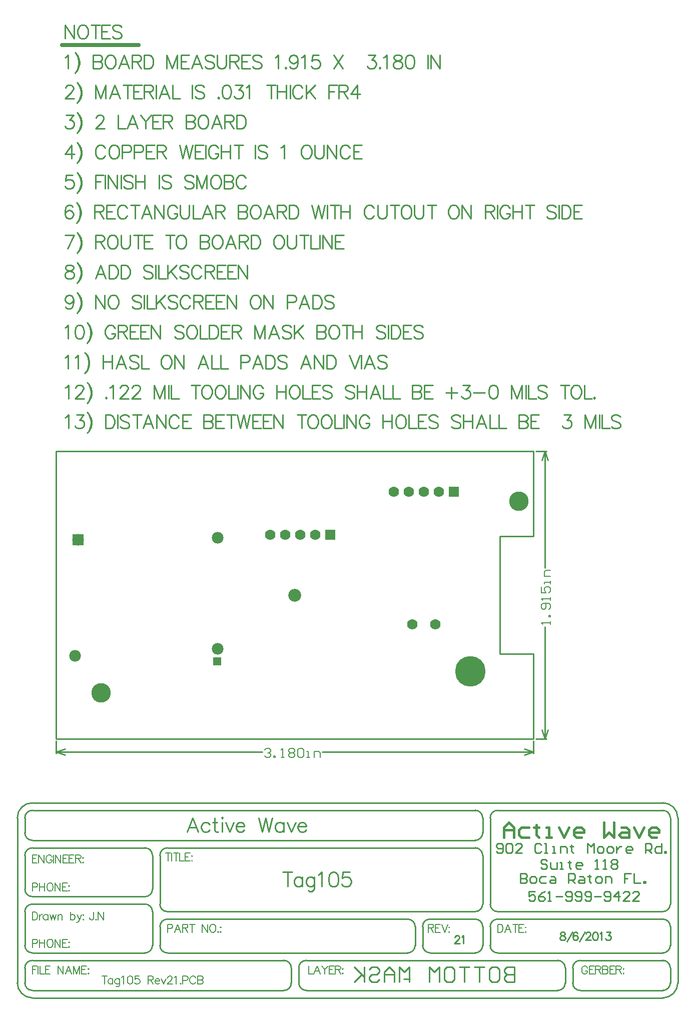
<source format=gbs>
%FSLAX25Y25*%
%MOIN*%
G70*
G01*
G75*
G04 Layer_Color=16711935*
%ADD10R,0.11024X0.05512*%
%ADD11R,0.01378X0.03543*%
%ADD12R,0.01378X0.03543*%
%ADD13R,0.11811X0.23622*%
%ADD14R,0.03000X0.03000*%
%ADD15R,0.05000X0.03600*%
%ADD16R,0.03600X0.03600*%
%ADD17R,0.11000X0.04500*%
%ADD18R,0.03600X0.03600*%
%ADD19R,0.03600X0.05000*%
%ADD20R,0.02000X0.05000*%
%ADD21O,0.01600X0.06000*%
%ADD22R,0.02362X0.02362*%
%ADD23R,0.06299X0.05118*%
%ADD24O,0.01600X0.06000*%
%ADD25R,0.09000X0.02362*%
%ADD26R,0.02362X0.10000*%
%ADD27R,0.07000X0.02362*%
%ADD28R,0.02362X0.09000*%
%ADD29O,0.02400X0.08000*%
%ADD30R,0.10000X0.07000*%
%ADD31R,0.10000X0.10000*%
%ADD32C,0.02000*%
%ADD33R,0.20000X0.10000*%
%ADD34R,0.16000X0.18000*%
%ADD35C,0.01200*%
%ADD36R,0.07000X0.11000*%
%ADD37R,0.03000X0.03000*%
%ADD38R,0.03937X0.02165*%
%ADD39C,0.04000*%
%ADD40R,0.07400X0.04500*%
%ADD41R,0.08000X0.03500*%
%ADD42C,0.01500*%
%ADD43C,0.01000*%
%ADD44C,0.04000*%
%ADD45C,0.02500*%
%ADD46C,0.00600*%
%ADD47C,0.01600*%
%ADD48C,0.01400*%
%ADD49C,0.00800*%
%ADD50C,0.02000*%
%ADD51C,0.03000*%
%ADD52C,0.07400*%
%ADD53C,0.01200*%
%ADD54C,0.00900*%
%ADD55C,0.00500*%
%ADD56C,0.06200*%
%ADD57R,0.06200X0.06200*%
%ADD58C,0.19500*%
%ADD59C,0.07000*%
%ADD60C,0.07800*%
%ADD61C,0.12200*%
%ADD62R,0.05000X0.05000*%
%ADD63C,0.02800*%
%ADD64R,0.07000X0.07000*%
%ADD65C,0.00984*%
%ADD66C,0.05500*%
%ADD67C,0.00400*%
%ADD68C,0.00600*%
%ADD69R,0.27300X0.01800*%
%ADD70R,0.11824X0.06312*%
%ADD71R,0.01778X0.03943*%
%ADD72R,0.01778X0.03943*%
%ADD73R,0.12611X0.24422*%
%ADD74R,0.03800X0.03800*%
%ADD75R,0.05800X0.04400*%
%ADD76R,0.04400X0.04400*%
%ADD77R,0.11800X0.05300*%
%ADD78R,0.04400X0.04400*%
%ADD79R,0.04400X0.05800*%
%ADD80R,0.02800X0.05800*%
%ADD81O,0.02000X0.06400*%
%ADD82R,0.03162X0.03162*%
%ADD83R,0.07099X0.05918*%
%ADD84O,0.02000X0.06400*%
%ADD85R,0.09400X0.02762*%
%ADD86R,0.02762X0.10400*%
%ADD87R,0.07400X0.02762*%
%ADD88R,0.02762X0.09400*%
%ADD89O,0.03200X0.08800*%
%ADD90R,0.10800X0.07800*%
%ADD91R,0.10800X0.10800*%
%ADD92R,0.20800X0.10800*%
%ADD93R,0.16800X0.18800*%
%ADD94R,0.07800X0.11800*%
%ADD95R,0.03800X0.03800*%
%ADD96R,0.04737X0.02965*%
%ADD97C,0.04800*%
%ADD98R,0.08200X0.05300*%
%ADD99R,0.03400X0.03400*%
%ADD100R,0.03400X0.03400*%
%ADD101R,0.08800X0.04300*%
%ADD102C,0.20300*%
%ADD103C,0.08600*%
%ADD104C,0.13000*%
%ADD105R,0.05800X0.05800*%
%ADD106R,0.07800X0.07800*%
D42*
X293352Y-70690D02*
Y-64025D01*
X296685Y-60693D01*
X300017Y-64025D01*
Y-70690D01*
Y-65691D01*
X293352D01*
X310014Y-64025D02*
X305015D01*
X303349Y-65691D01*
Y-69024D01*
X305015Y-70690D01*
X310014D01*
X315012Y-62359D02*
Y-64025D01*
X313346D01*
X316678D01*
X315012D01*
Y-69024D01*
X316678Y-70690D01*
X321676D02*
X325009D01*
X323342D01*
Y-64025D01*
X321676D01*
X330007D02*
X333339Y-70690D01*
X336672Y-64025D01*
X345002Y-70690D02*
X341670D01*
X340004Y-69024D01*
Y-65691D01*
X341670Y-64025D01*
X345002D01*
X346668Y-65691D01*
Y-67357D01*
X340004D01*
X359997Y-60693D02*
Y-70690D01*
X363330Y-67357D01*
X366662Y-70690D01*
Y-60693D01*
X371660Y-64025D02*
X374992D01*
X376659Y-65691D01*
Y-70690D01*
X371660D01*
X369994Y-69024D01*
X371660Y-67357D01*
X376659D01*
X379991Y-64025D02*
X383323Y-70690D01*
X386655Y-64025D01*
X394986Y-70690D02*
X391654D01*
X389988Y-69024D01*
Y-65691D01*
X391654Y-64025D01*
X394986D01*
X396652Y-65691D01*
Y-67357D01*
X389988D01*
D43*
X300261Y-157170D02*
Y-167167D01*
X295262D01*
X293596Y-165501D01*
Y-163835D01*
X295262Y-162169D01*
X300261D01*
X295262D01*
X293596Y-160502D01*
Y-158836D01*
X295262Y-157170D01*
X300261D01*
X285265D02*
X288598D01*
X290264Y-158836D01*
Y-165501D01*
X288598Y-167167D01*
X285265D01*
X283599Y-165501D01*
Y-158836D01*
X285265Y-157170D01*
X280267D02*
X273603D01*
X276935D01*
Y-167167D01*
X270270Y-157170D02*
X263606D01*
X266938D01*
Y-167167D01*
X255275Y-157170D02*
X258607D01*
X260274Y-158836D01*
Y-165501D01*
X258607Y-167167D01*
X255275D01*
X253609Y-165501D01*
Y-158836D01*
X255275Y-157170D01*
X250277Y-167167D02*
Y-157170D01*
X246944Y-160502D01*
X243612Y-157170D01*
Y-167167D01*
X230283D02*
Y-157170D01*
X226951Y-160502D01*
X223619Y-157170D01*
Y-167167D01*
X220286D02*
Y-160502D01*
X216954Y-157170D01*
X213622Y-160502D01*
Y-167167D01*
Y-162169D01*
X220286D01*
X203625Y-158836D02*
X205291Y-157170D01*
X208624D01*
X210290Y-158836D01*
Y-160502D01*
X208624Y-162169D01*
X205291D01*
X203625Y-163835D01*
Y-165501D01*
X205291Y-167167D01*
X208624D01*
X210290Y-165501D01*
X200293Y-157170D02*
Y-167167D01*
Y-163835D01*
X193628Y-157170D01*
X198627Y-162169D01*
X193628Y-167167D01*
X313000Y-14900D02*
Y-6500D01*
X-5000Y-14900D02*
Y-6500D01*
X172494Y-13900D02*
X313000D01*
X-5000D02*
X132306D01*
X307000Y-11900D02*
X313000Y-13900D01*
X307000Y-15900D02*
X313000Y-13900D01*
X-5000D02*
X1000Y-15900D01*
X-5000Y-13900D02*
X1000Y-11900D01*
X314500Y186500D02*
X321600D01*
X314500Y-5000D02*
X321600D01*
X320600Y108744D02*
Y186500D01*
Y-5000D02*
Y69556D01*
X318600Y180500D02*
X320600Y186500D01*
X322600Y180500D01*
X320600Y-5000D02*
X322600Y1000D01*
X318600D02*
X320600Y-5000D01*
X226755Y-164965D02*
X230692D01*
X-5000Y186500D02*
X313000D01*
Y130000D02*
Y186500D01*
X290500Y51400D02*
Y130000D01*
X313000Y-5000D02*
Y51400D01*
X-5000Y-5000D02*
Y186500D01*
X290500Y51400D02*
X313000D01*
X290500Y130000D02*
X313000D01*
X-5000Y-5000D02*
X313000D01*
X404192Y-130118D02*
G03*
X399292Y-125218I-4900J0D01*
G01*
X289192D02*
G03*
X284192Y-130218I0J-5000D01*
G01*
X399192Y-120218D02*
G03*
X404192Y-115218I0J5000D01*
G01*
X284192D02*
G03*
X289192Y-120218I5000J0D01*
G01*
X-20808Y-47718D02*
G03*
X-30808Y-57718I0J-10000D01*
G01*
Y-167618D02*
G03*
X-20884Y-177716I10100J0D01*
G01*
X399192Y-177718D02*
G03*
X409192Y-167718I0J10000D01*
G01*
Y-57718D02*
G03*
X399192Y-47718I-10000J0D01*
G01*
X404192Y-57618D02*
G03*
X399121Y-52721I-4900J0D01*
G01*
X399192Y-147718D02*
G03*
X404192Y-142718I0J5000D01*
G01*
X404192Y-157630D02*
G03*
X399192Y-152717I-5000J-87D01*
G01*
Y-172718D02*
G03*
X404192Y-167718I0J5000D01*
G01*
X274192Y-147718D02*
G03*
X279192Y-142718I0J5000D01*
G01*
X284192Y-142818D02*
G03*
X289177Y-147717I4900J0D01*
G01*
X279192Y-130118D02*
G03*
X274292Y-125218I-4900J0D01*
G01*
X-25808Y-167718D02*
G03*
X-20895Y-172717I5000J0D01*
G01*
X274279Y-120218D02*
G03*
X279193Y-115218I-87J5000D01*
G01*
X-20808Y-152718D02*
G03*
X-25808Y-157718I0J-5000D01*
G01*
X279192Y-82718D02*
G03*
X274192Y-77718I-5000J0D01*
G01*
Y-72718D02*
G03*
X279192Y-67718I0J5000D01*
G01*
X289192Y-52718D02*
G03*
X284192Y-57718I0J-5000D01*
G01*
X279192D02*
G03*
X274192Y-52718I-5000J0D01*
G01*
X-20808D02*
G03*
X-25808Y-57718I0J-5000D01*
G01*
Y-67718D02*
G03*
X-20808Y-72718I5000J0D01*
G01*
Y-77718D02*
G03*
X-25808Y-82718I0J-5000D01*
G01*
Y-105218D02*
G03*
X-20808Y-110218I5000J0D01*
G01*
Y-115218D02*
G03*
X-25808Y-120218I0J-5000D01*
G01*
Y-142718D02*
G03*
X-20895Y-147717I5000J0D01*
G01*
X69192Y-77718D02*
G03*
X64192Y-82718I0J-5000D01*
G01*
X69192Y-125218D02*
G03*
X64192Y-130218I0J-5000D01*
G01*
X243992Y-125218D02*
G03*
X239199Y-130269I0J-4800D01*
G01*
X239192Y-142618D02*
G03*
X244203Y-147717I5100J0D01*
G01*
X229292Y-147718D02*
G03*
X234191Y-142732I0J4900D01*
G01*
X234192Y-130118D02*
G03*
X229292Y-125218I-4900J0D01*
G01*
X54292Y-147718D02*
G03*
X59192Y-142818I0J4900D01*
G01*
X64192D02*
G03*
X69092Y-147718I4900J0D01*
G01*
X64192Y-115318D02*
G03*
X69092Y-120218I4900J0D01*
G01*
X59192Y-120118D02*
G03*
X54121Y-115221I-4900J0D01*
G01*
X54392Y-110218D02*
G03*
X59192Y-105418I0J4800D01*
G01*
Y-82618D02*
G03*
X54292Y-77718I-4900J0D01*
G01*
X344192Y-152718D02*
G03*
X339192Y-157718I0J-5000D01*
G01*
Y-167818D02*
G03*
X344178Y-172717I4900J0D01*
G01*
X329308Y-172718D02*
G03*
X334190Y-167750I84J4800D01*
G01*
X334192Y-157718D02*
G03*
X329192Y-152718I-5000J0D01*
G01*
X156692Y-167718D02*
G03*
X161605Y-172717I5000J0D01*
G01*
X161692Y-152718D02*
G03*
X156692Y-157718I0J-5000D01*
G01*
X146808Y-172718D02*
G03*
X151690Y-167750I84J4800D01*
G01*
X151692Y-157718D02*
G03*
X146692Y-152718I-5000J0D01*
G01*
X404192Y-142718D02*
Y-130118D01*
X284192Y-142718D02*
Y-130218D01*
X404192Y-115218D02*
Y-57718D01*
X284192Y-115218D02*
Y-57718D01*
X-30808Y-167718D02*
Y-57718D01*
X-25808Y-167718D02*
Y-157718D01*
X404192Y-167718D02*
Y-157718D01*
X279192Y-142718D02*
Y-130218D01*
X239192Y-142718D02*
Y-130218D01*
X64192Y-142718D02*
Y-130218D01*
X234192Y-142718D02*
Y-130218D01*
X64192Y-115218D02*
Y-82718D01*
X279192Y-115218D02*
Y-82718D01*
Y-67718D02*
Y-57718D01*
X-25808Y-67718D02*
Y-57718D01*
X59192Y-105218D02*
Y-82718D01*
X-25808Y-105218D02*
Y-82718D01*
X59192Y-142718D02*
Y-120218D01*
X-25808Y-142718D02*
Y-120218D01*
X409192Y-167718D02*
Y-57718D01*
X339192Y-167718D02*
Y-157718D01*
X334192Y-167718D02*
Y-157718D01*
X156692Y-167718D02*
Y-157718D01*
X151692Y-167718D02*
Y-157718D01*
X289192Y-125218D02*
X399192D01*
X289192Y-120218D02*
X399192D01*
X69192D02*
X274192D01*
X289192Y-52718D02*
X399192D01*
X289192Y-147718D02*
X399192D01*
X244192Y-125218D02*
X274192D01*
X244192Y-147718D02*
X274192D01*
X69192D02*
X229192D01*
X69192Y-125218D02*
X229192D01*
X69192Y-77718D02*
X274192D01*
X-20808Y-72718D02*
X274192D01*
X-20808Y-77718D02*
X54192D01*
X-20808Y-110218D02*
X54192D01*
X-20808Y-115218D02*
X54192D01*
X-20808Y-147718D02*
X54192D01*
X-20808Y-47718D02*
X399192D01*
X-20808Y-177718D02*
X399192D01*
X-20808Y-52718D02*
X274192D01*
X344192Y-152718D02*
X399192D01*
X344192Y-172718D02*
X399192D01*
X161692Y-152718D02*
X329192D01*
X-20808D02*
X146692D01*
X-20808Y-172718D02*
X146692D01*
X161692D02*
X329192D01*
X322117Y-86358D02*
X321051Y-85292D01*
X318919D01*
X317852Y-86358D01*
Y-87424D01*
X318919Y-88491D01*
X321051D01*
X322117Y-89557D01*
Y-90623D01*
X321051Y-91690D01*
X318919D01*
X317852Y-90623D01*
X324250Y-87424D02*
Y-90623D01*
X325317Y-91690D01*
X328516D01*
Y-87424D01*
X330648Y-91690D02*
X332781D01*
X331714D01*
Y-87424D01*
X330648D01*
X337046Y-86358D02*
Y-87424D01*
X335980D01*
X338112D01*
X337046D01*
Y-90623D01*
X338112Y-91690D01*
X344510D02*
X342378D01*
X341311Y-90623D01*
Y-88491D01*
X342378Y-87424D01*
X344510D01*
X345577Y-88491D01*
Y-89557D01*
X341311D01*
X354107Y-91690D02*
X356240D01*
X355173D01*
Y-85292D01*
X354107Y-86358D01*
X359439Y-91690D02*
X361571D01*
X360505D01*
Y-85292D01*
X359439Y-86358D01*
X364770D02*
X365837Y-85292D01*
X367969D01*
X369036Y-86358D01*
Y-87424D01*
X367969Y-88491D01*
X369036Y-89557D01*
Y-90623D01*
X367969Y-91690D01*
X365837D01*
X364770Y-90623D01*
Y-89557D01*
X365837Y-88491D01*
X364770Y-87424D01*
Y-86358D01*
X365837Y-88491D02*
X367969D01*
X314118Y-106792D02*
X309852D01*
Y-109991D01*
X311985Y-108924D01*
X313051D01*
X314118Y-109991D01*
Y-112123D01*
X313051Y-113190D01*
X310919D01*
X309852Y-112123D01*
X320515Y-106792D02*
X318383Y-107858D01*
X316250Y-109991D01*
Y-112123D01*
X317317Y-113190D01*
X319449D01*
X320515Y-112123D01*
Y-111057D01*
X319449Y-109991D01*
X316250D01*
X322648Y-113190D02*
X324781D01*
X323714D01*
Y-106792D01*
X322648Y-107858D01*
X327980Y-109991D02*
X332245D01*
X334378Y-112123D02*
X335444Y-113190D01*
X337577D01*
X338643Y-112123D01*
Y-107858D01*
X337577Y-106792D01*
X335444D01*
X334378Y-107858D01*
Y-108924D01*
X335444Y-109991D01*
X338643D01*
X340776Y-112123D02*
X341842Y-113190D01*
X343974D01*
X345041Y-112123D01*
Y-107858D01*
X343974Y-106792D01*
X341842D01*
X340776Y-107858D01*
Y-108924D01*
X341842Y-109991D01*
X345041D01*
X347174Y-112123D02*
X348240Y-113190D01*
X350373D01*
X351439Y-112123D01*
Y-107858D01*
X350373Y-106792D01*
X348240D01*
X347174Y-107858D01*
Y-108924D01*
X348240Y-109991D01*
X351439D01*
X353571D02*
X357837D01*
X359969Y-112123D02*
X361036Y-113190D01*
X363168D01*
X364235Y-112123D01*
Y-107858D01*
X363168Y-106792D01*
X361036D01*
X359969Y-107858D01*
Y-108924D01*
X361036Y-109991D01*
X364235D01*
X369566Y-113190D02*
Y-106792D01*
X366367Y-109991D01*
X370633D01*
X377030Y-113190D02*
X372765D01*
X377030Y-108924D01*
Y-107858D01*
X375964Y-106792D01*
X373832D01*
X372765Y-107858D01*
X383428Y-113190D02*
X379163D01*
X383428Y-108924D01*
Y-107858D01*
X382362Y-106792D01*
X380229D01*
X379163Y-107858D01*
X288352Y-80123D02*
X289419Y-81190D01*
X291551D01*
X292618Y-80123D01*
Y-75858D01*
X291551Y-74792D01*
X289419D01*
X288352Y-75858D01*
Y-76925D01*
X289419Y-77991D01*
X292618D01*
X294750Y-75858D02*
X295816Y-74792D01*
X297949D01*
X299015Y-75858D01*
Y-80123D01*
X297949Y-81190D01*
X295816D01*
X294750Y-80123D01*
Y-75858D01*
X305413Y-81190D02*
X301148D01*
X305413Y-76925D01*
Y-75858D01*
X304347Y-74792D01*
X302214D01*
X301148Y-75858D01*
X318209D02*
X317143Y-74792D01*
X315010D01*
X313944Y-75858D01*
Y-80123D01*
X315010Y-81190D01*
X317143D01*
X318209Y-80123D01*
X320342Y-81190D02*
X322475D01*
X321408D01*
Y-74792D01*
X320342D01*
X325674Y-81190D02*
X327806D01*
X326740D01*
Y-76925D01*
X325674D01*
X331005Y-81190D02*
Y-76925D01*
X334204D01*
X335270Y-77991D01*
Y-81190D01*
X338469Y-75858D02*
Y-76925D01*
X337403D01*
X339536D01*
X338469D01*
Y-80123D01*
X339536Y-81190D01*
X349133D02*
Y-74792D01*
X351265Y-76925D01*
X353398Y-74792D01*
Y-81190D01*
X356597D02*
X358730D01*
X359796Y-80123D01*
Y-77991D01*
X358730Y-76925D01*
X356597D01*
X355531Y-77991D01*
Y-80123D01*
X356597Y-81190D01*
X362995D02*
X365127D01*
X366194Y-80123D01*
Y-77991D01*
X365127Y-76925D01*
X362995D01*
X361928Y-77991D01*
Y-80123D01*
X362995Y-81190D01*
X368326Y-76925D02*
Y-81190D01*
Y-79057D01*
X369393Y-77991D01*
X370459Y-76925D01*
X371525D01*
X377923Y-81190D02*
X375791D01*
X374724Y-80123D01*
Y-77991D01*
X375791Y-76925D01*
X377923D01*
X378990Y-77991D01*
Y-79057D01*
X374724D01*
X387520Y-81190D02*
Y-74792D01*
X390719D01*
X391785Y-75858D01*
Y-77991D01*
X390719Y-79057D01*
X387520D01*
X389653D02*
X391785Y-81190D01*
X398183Y-74792D02*
Y-81190D01*
X394984D01*
X393918Y-80123D01*
Y-77991D01*
X394984Y-76925D01*
X398183D01*
X400316Y-81190D02*
Y-80123D01*
X401382D01*
Y-81190D01*
X400316D01*
X304352Y-94792D02*
Y-101190D01*
X307551D01*
X308617Y-100123D01*
Y-99057D01*
X307551Y-97991D01*
X304352D01*
X307551D01*
X308617Y-96925D01*
Y-95858D01*
X307551Y-94792D01*
X304352D01*
X311817Y-101190D02*
X313949D01*
X315016Y-100123D01*
Y-97991D01*
X313949Y-96925D01*
X311817D01*
X310750Y-97991D01*
Y-100123D01*
X311817Y-101190D01*
X321413Y-96925D02*
X318214D01*
X317148Y-97991D01*
Y-100123D01*
X318214Y-101190D01*
X321413D01*
X324612Y-96925D02*
X326745D01*
X327811Y-97991D01*
Y-101190D01*
X324612D01*
X323546Y-100123D01*
X324612Y-99057D01*
X327811D01*
X336342Y-101190D02*
Y-94792D01*
X339541D01*
X340607Y-95858D01*
Y-97991D01*
X339541Y-99057D01*
X336342D01*
X338474D02*
X340607Y-101190D01*
X343806Y-96925D02*
X345939D01*
X347005Y-97991D01*
Y-101190D01*
X343806D01*
X342740Y-100123D01*
X343806Y-99057D01*
X347005D01*
X350204Y-95858D02*
Y-96925D01*
X349138D01*
X351270D01*
X350204D01*
Y-100123D01*
X351270Y-101190D01*
X355536D02*
X357668D01*
X358735Y-100123D01*
Y-97991D01*
X357668Y-96925D01*
X355536D01*
X354469Y-97991D01*
Y-100123D01*
X355536Y-101190D01*
X360867D02*
Y-96925D01*
X364066D01*
X365133Y-97991D01*
Y-101190D01*
X377928Y-94792D02*
X373663D01*
Y-97991D01*
X375796D01*
X373663D01*
Y-101190D01*
X380061Y-94792D02*
Y-101190D01*
X384326D01*
X386459D02*
Y-100123D01*
X387525D01*
Y-101190D01*
X386459D01*
X1060Y228934D02*
X1917Y229363D01*
X3202Y230648D01*
Y221650D01*
X8087Y228506D02*
Y228934D01*
X8515Y229791D01*
X8944Y230220D01*
X9801Y230648D01*
X11514D01*
X12371Y230220D01*
X12800Y229791D01*
X13228Y228934D01*
Y228077D01*
X12800Y227220D01*
X11943Y225935D01*
X7658Y221650D01*
X13657D01*
X15671Y232362D02*
X16528Y231505D01*
X17385Y230220D01*
X18242Y228506D01*
X18670Y226363D01*
Y224649D01*
X18242Y222507D01*
X17385Y220793D01*
X16528Y219508D01*
X15671Y218651D01*
X16528Y231505D02*
X17385Y229791D01*
X17813Y228506D01*
X18242Y226363D01*
Y224649D01*
X17813Y222507D01*
X17385Y221221D01*
X16528Y219508D01*
X28354Y222507D02*
X27925Y222078D01*
X28354Y221650D01*
X28782Y222078D01*
X28354Y222507D01*
X30753Y228934D02*
X31610Y229363D01*
X32896Y230648D01*
Y221650D01*
X37780Y228506D02*
Y228934D01*
X38209Y229791D01*
X38637Y230220D01*
X39494Y230648D01*
X41208D01*
X42065Y230220D01*
X42494Y229791D01*
X42922Y228934D01*
Y228077D01*
X42494Y227220D01*
X41637Y225935D01*
X37352Y221650D01*
X43351D01*
X45793Y228506D02*
Y228934D01*
X46221Y229791D01*
X46650Y230220D01*
X47507Y230648D01*
X49221D01*
X50078Y230220D01*
X50506Y229791D01*
X50935Y228934D01*
Y228077D01*
X50506Y227220D01*
X49649Y225935D01*
X45364Y221650D01*
X51363D01*
X60447Y230648D02*
Y221650D01*
Y230648D02*
X63875Y221650D01*
X67303Y230648D02*
X63875Y221650D01*
X67303Y230648D02*
Y221650D01*
X69873Y230648D02*
Y221650D01*
X71759Y230648D02*
Y221650D01*
X76901D01*
X87955Y230648D02*
Y221650D01*
X84956Y230648D02*
X90955D01*
X94597D02*
X93740Y230220D01*
X92883Y229363D01*
X92454Y228506D01*
X92026Y227220D01*
Y225078D01*
X92454Y223792D01*
X92883Y222935D01*
X93740Y222078D01*
X94597Y221650D01*
X96311D01*
X97168Y222078D01*
X98025Y222935D01*
X98453Y223792D01*
X98882Y225078D01*
Y227220D01*
X98453Y228506D01*
X98025Y229363D01*
X97168Y230220D01*
X96311Y230648D01*
X94597D01*
X103552D02*
X102695Y230220D01*
X101838Y229363D01*
X101410Y228506D01*
X100981Y227220D01*
Y225078D01*
X101410Y223792D01*
X101838Y222935D01*
X102695Y222078D01*
X103552Y221650D01*
X105266D01*
X106123Y222078D01*
X106980Y222935D01*
X107408Y223792D01*
X107837Y225078D01*
Y227220D01*
X107408Y228506D01*
X106980Y229363D01*
X106123Y230220D01*
X105266Y230648D01*
X103552D01*
X109936D02*
Y221650D01*
X115078D01*
X116064Y230648D02*
Y221650D01*
X117949Y230648D02*
Y221650D01*
Y230648D02*
X123948Y221650D01*
Y230648D02*
Y221650D01*
X132860Y228506D02*
X132431Y229363D01*
X131574Y230220D01*
X130718Y230648D01*
X129004D01*
X128147Y230220D01*
X127290Y229363D01*
X126861Y228506D01*
X126433Y227220D01*
Y225078D01*
X126861Y223792D01*
X127290Y222935D01*
X128147Y222078D01*
X129004Y221650D01*
X130718D01*
X131574Y222078D01*
X132431Y222935D01*
X132860Y223792D01*
Y225078D01*
X130718D02*
X132860D01*
X141987Y230648D02*
Y221650D01*
X147985Y230648D02*
Y221650D01*
X141987Y226363D02*
X147985D01*
X153041Y230648D02*
X152184Y230220D01*
X151327Y229363D01*
X150899Y228506D01*
X150470Y227220D01*
Y225078D01*
X150899Y223792D01*
X151327Y222935D01*
X152184Y222078D01*
X153041Y221650D01*
X154755D01*
X155612Y222078D01*
X156469Y222935D01*
X156898Y223792D01*
X157326Y225078D01*
Y227220D01*
X156898Y228506D01*
X156469Y229363D01*
X155612Y230220D01*
X154755Y230648D01*
X153041D01*
X159426D02*
Y221650D01*
X164567D01*
X171123Y230648D02*
X165553D01*
Y221650D01*
X171123D01*
X165553Y226363D02*
X168981D01*
X178622Y229363D02*
X177765Y230220D01*
X176479Y230648D01*
X174765D01*
X173480Y230220D01*
X172623Y229363D01*
Y228506D01*
X173051Y227649D01*
X173480Y227220D01*
X174337Y226792D01*
X176908Y225935D01*
X177765Y225506D01*
X178193Y225078D01*
X178622Y224221D01*
Y222935D01*
X177765Y222078D01*
X176479Y221650D01*
X174765D01*
X173480Y222078D01*
X172623Y222935D01*
X193704Y229363D02*
X192847Y230220D01*
X191562Y230648D01*
X189848D01*
X188562Y230220D01*
X187705Y229363D01*
Y228506D01*
X188134Y227649D01*
X188562Y227220D01*
X189419Y226792D01*
X191990Y225935D01*
X192847Y225506D01*
X193276Y225078D01*
X193704Y224221D01*
Y222935D01*
X192847Y222078D01*
X191562Y221650D01*
X189848D01*
X188562Y222078D01*
X187705Y222935D01*
X195718Y230648D02*
Y221650D01*
X201717Y230648D02*
Y221650D01*
X195718Y226363D02*
X201717D01*
X211057Y221650D02*
X207630Y230648D01*
X204202Y221650D01*
X205487Y224649D02*
X209772D01*
X213157Y230648D02*
Y221650D01*
X218299D01*
X219284Y230648D02*
Y221650D01*
X224426D01*
X232482Y230648D02*
Y221650D01*
Y230648D02*
X236338D01*
X237623Y230220D01*
X238052Y229791D01*
X238480Y228934D01*
Y228077D01*
X238052Y227220D01*
X237623Y226792D01*
X236338Y226363D01*
X232482D02*
X236338D01*
X237623Y225935D01*
X238052Y225506D01*
X238480Y224649D01*
Y223364D01*
X238052Y222507D01*
X237623Y222078D01*
X236338Y221650D01*
X232482D01*
X246064Y230648D02*
X240494D01*
Y221650D01*
X246064D01*
X240494Y226363D02*
X243922D01*
X258490Y229363D02*
Y221650D01*
X254634Y225506D02*
X262347D01*
X265860Y230648D02*
X270573D01*
X268002Y227220D01*
X269288D01*
X270145Y226792D01*
X270573Y226363D01*
X271002Y225078D01*
Y224221D01*
X270573Y222935D01*
X269716Y222078D01*
X268431Y221650D01*
X267145D01*
X265860Y222078D01*
X265432Y222507D01*
X265003Y223364D01*
X273016Y225506D02*
X280728D01*
X285956Y230648D02*
X284670Y230220D01*
X283813Y228934D01*
X283385Y226792D01*
Y225506D01*
X283813Y223364D01*
X284670Y222078D01*
X285956Y221650D01*
X286813D01*
X288098Y222078D01*
X288955Y223364D01*
X289384Y225506D01*
Y226792D01*
X288955Y228934D01*
X288098Y230220D01*
X286813Y230648D01*
X285956D01*
X298467D02*
Y221650D01*
Y230648D02*
X301895Y221650D01*
X305323Y230648D02*
X301895Y221650D01*
X305323Y230648D02*
Y221650D01*
X307894Y230648D02*
Y221650D01*
X309779Y230648D02*
Y221650D01*
X314921D01*
X321905Y229363D02*
X321048Y230220D01*
X319763Y230648D01*
X318049D01*
X316763Y230220D01*
X315906Y229363D01*
Y228506D01*
X316335Y227649D01*
X316763Y227220D01*
X317620Y226792D01*
X320191Y225935D01*
X321048Y225506D01*
X321477Y225078D01*
X321905Y224221D01*
Y222935D01*
X321048Y222078D01*
X319763Y221650D01*
X318049D01*
X316763Y222078D01*
X315906Y222935D01*
X333988Y230648D02*
Y221650D01*
X330989Y230648D02*
X336988D01*
X340630D02*
X339773Y230220D01*
X338916Y229363D01*
X338487Y228506D01*
X338059Y227220D01*
Y225078D01*
X338487Y223792D01*
X338916Y222935D01*
X339773Y222078D01*
X340630Y221650D01*
X342344D01*
X343201Y222078D01*
X344057Y222935D01*
X344486Y223792D01*
X344915Y225078D01*
Y227220D01*
X344486Y228506D01*
X344057Y229363D01*
X343201Y230220D01*
X342344Y230648D01*
X340630D01*
X347014D02*
Y221650D01*
X352156D01*
X353570Y222507D02*
X353141Y222078D01*
X353570Y221650D01*
X353998Y222078D01*
X353570Y222507D01*
X960Y448834D02*
X1817Y449263D01*
X3102Y450548D01*
Y441550D01*
X7558Y452262D02*
X8415Y451405D01*
X9272Y450120D01*
X10129Y448406D01*
X10558Y446263D01*
Y444549D01*
X10129Y442407D01*
X9272Y440693D01*
X8415Y439408D01*
X7558Y438551D01*
X8415Y451405D02*
X9272Y449691D01*
X9701Y448406D01*
X10129Y446263D01*
Y444549D01*
X9701Y442407D01*
X9272Y441121D01*
X8415Y439408D01*
X19813Y450548D02*
Y441550D01*
Y450548D02*
X23669D01*
X24954Y450120D01*
X25383Y449691D01*
X25811Y448834D01*
Y447977D01*
X25383Y447120D01*
X24954Y446692D01*
X23669Y446263D01*
X19813D02*
X23669D01*
X24954Y445835D01*
X25383Y445406D01*
X25811Y444549D01*
Y443264D01*
X25383Y442407D01*
X24954Y441979D01*
X23669Y441550D01*
X19813D01*
X30396Y450548D02*
X29539Y450120D01*
X28682Y449263D01*
X28254Y448406D01*
X27825Y447120D01*
Y444978D01*
X28254Y443692D01*
X28682Y442835D01*
X29539Y441979D01*
X30396Y441550D01*
X32110D01*
X32967Y441979D01*
X33824Y442835D01*
X34253Y443692D01*
X34681Y444978D01*
Y447120D01*
X34253Y448406D01*
X33824Y449263D01*
X32967Y450120D01*
X32110Y450548D01*
X30396D01*
X43636Y441550D02*
X40208Y450548D01*
X36781Y441550D01*
X38066Y444549D02*
X42351D01*
X45736Y450548D02*
Y441550D01*
Y450548D02*
X49592D01*
X50877Y450120D01*
X51306Y449691D01*
X51734Y448834D01*
Y447977D01*
X51306Y447120D01*
X50877Y446692D01*
X49592Y446263D01*
X45736D01*
X48735D02*
X51734Y441550D01*
X53748Y450548D02*
Y441550D01*
Y450548D02*
X56748D01*
X58033Y450120D01*
X58890Y449263D01*
X59319Y448406D01*
X59747Y447120D01*
Y444978D01*
X59319Y443692D01*
X58890Y442835D01*
X58033Y441979D01*
X56748Y441550D01*
X53748D01*
X68831Y450548D02*
Y441550D01*
Y450548D02*
X72259Y441550D01*
X75686Y450548D02*
X72259Y441550D01*
X75686Y450548D02*
Y441550D01*
X83828Y450548D02*
X78257D01*
Y441550D01*
X83828D01*
X78257Y446263D02*
X81685D01*
X92183Y441550D02*
X88755Y450548D01*
X85327Y441550D01*
X86613Y444549D02*
X90898D01*
X100281Y449263D02*
X99424Y450120D01*
X98139Y450548D01*
X96425D01*
X95139Y450120D01*
X94282Y449263D01*
Y448406D01*
X94711Y447549D01*
X95139Y447120D01*
X95996Y446692D01*
X98567Y445835D01*
X99424Y445406D01*
X99853Y444978D01*
X100281Y444121D01*
Y442835D01*
X99424Y441979D01*
X98139Y441550D01*
X96425D01*
X95139Y441979D01*
X94282Y442835D01*
X102295Y450548D02*
Y444121D01*
X102724Y442835D01*
X103580Y441979D01*
X104866Y441550D01*
X105723D01*
X107008Y441979D01*
X107865Y442835D01*
X108294Y444121D01*
Y450548D01*
X110779D02*
Y441550D01*
Y450548D02*
X114635D01*
X115921Y450120D01*
X116349Y449691D01*
X116778Y448834D01*
Y447977D01*
X116349Y447120D01*
X115921Y446692D01*
X114635Y446263D01*
X110779D01*
X113778D02*
X116778Y441550D01*
X124362Y450548D02*
X118791D01*
Y441550D01*
X124362D01*
X118791Y446263D02*
X122219D01*
X131860Y449263D02*
X131003Y450120D01*
X129718Y450548D01*
X128004D01*
X126718Y450120D01*
X125861Y449263D01*
Y448406D01*
X126290Y447549D01*
X126718Y447120D01*
X127575Y446692D01*
X130146Y445835D01*
X131003Y445406D01*
X131432Y444978D01*
X131860Y444121D01*
Y442835D01*
X131003Y441979D01*
X129718Y441550D01*
X128004D01*
X126718Y441979D01*
X125861Y442835D01*
X140944Y448834D02*
X141801Y449263D01*
X143086Y450548D01*
Y441550D01*
X147971Y442407D02*
X147543Y441979D01*
X147971Y441550D01*
X148399Y441979D01*
X147971Y442407D01*
X155941Y447549D02*
X155512Y446263D01*
X154655Y445406D01*
X153370Y444978D01*
X152941D01*
X151656Y445406D01*
X150799Y446263D01*
X150370Y447549D01*
Y447977D01*
X150799Y449263D01*
X151656Y450120D01*
X152941Y450548D01*
X153370D01*
X154655Y450120D01*
X155512Y449263D01*
X155941Y447549D01*
Y445406D01*
X155512Y443264D01*
X154655Y441979D01*
X153370Y441550D01*
X152513D01*
X151227Y441979D01*
X150799Y442835D01*
X158383Y448834D02*
X159240Y449263D01*
X160525Y450548D01*
Y441550D01*
X170123Y450548D02*
X165839D01*
X165410Y446692D01*
X165839Y447120D01*
X167124Y447549D01*
X168409D01*
X169695Y447120D01*
X170552Y446263D01*
X170980Y444978D01*
Y444121D01*
X170552Y442835D01*
X169695Y441979D01*
X168409Y441550D01*
X167124D01*
X165839Y441979D01*
X165410Y442407D01*
X164982Y443264D01*
X180064Y450548D02*
X186063Y441550D01*
Y450548D02*
X180064Y441550D01*
X203073Y450548D02*
X207787D01*
X205216Y447120D01*
X206501D01*
X207358Y446692D01*
X207787Y446263D01*
X208215Y444978D01*
Y444121D01*
X207787Y442835D01*
X206930Y441979D01*
X205644Y441550D01*
X204359D01*
X203073Y441979D01*
X202645Y442407D01*
X202217Y443264D01*
X210658Y442407D02*
X210229Y441979D01*
X210658Y441550D01*
X211086Y441979D01*
X210658Y442407D01*
X213057Y448834D02*
X213914Y449263D01*
X215199Y450548D01*
Y441550D01*
X221798Y450548D02*
X220513Y450120D01*
X220084Y449263D01*
Y448406D01*
X220513Y447549D01*
X221370Y447120D01*
X223083Y446692D01*
X224369Y446263D01*
X225226Y445406D01*
X225654Y444549D01*
Y443264D01*
X225226Y442407D01*
X224797Y441979D01*
X223512Y441550D01*
X221798D01*
X220513Y441979D01*
X220084Y442407D01*
X219656Y443264D01*
Y444549D01*
X220084Y445406D01*
X220941Y446263D01*
X222227Y446692D01*
X223940Y447120D01*
X224797Y447549D01*
X225226Y448406D01*
Y449263D01*
X224797Y450120D01*
X223512Y450548D01*
X221798D01*
X230239D02*
X228954Y450120D01*
X228097Y448834D01*
X227668Y446692D01*
Y445406D01*
X228097Y443264D01*
X228954Y441979D01*
X230239Y441550D01*
X231096D01*
X232381Y441979D01*
X233238Y443264D01*
X233667Y445406D01*
Y446692D01*
X233238Y448834D01*
X232381Y450120D01*
X231096Y450548D01*
X230239D01*
X242751D02*
Y441550D01*
X244636Y450548D02*
Y441550D01*
Y450548D02*
X250635Y441550D01*
Y450548D02*
Y441550D01*
X960Y470548D02*
Y461550D01*
Y470548D02*
X6958Y461550D01*
Y470548D02*
Y461550D01*
X12014Y470548D02*
X11157Y470120D01*
X10300Y469263D01*
X9872Y468406D01*
X9443Y467120D01*
Y464978D01*
X9872Y463692D01*
X10300Y462835D01*
X11157Y461978D01*
X12014Y461550D01*
X13728D01*
X14585Y461978D01*
X15442Y462835D01*
X15871Y463692D01*
X16299Y464978D01*
Y467120D01*
X15871Y468406D01*
X15442Y469263D01*
X14585Y470120D01*
X13728Y470548D01*
X12014D01*
X21398D02*
Y461550D01*
X18399Y470548D02*
X24397D01*
X31039D02*
X25469D01*
Y461550D01*
X31039D01*
X25469Y466263D02*
X28896D01*
X38537Y469263D02*
X37680Y470120D01*
X36395Y470548D01*
X34681D01*
X33395Y470120D01*
X32539Y469263D01*
Y468406D01*
X32967Y467549D01*
X33395Y467120D01*
X34253Y466692D01*
X36823Y465835D01*
X37680Y465406D01*
X38109Y464978D01*
X38537Y464121D01*
Y462835D01*
X37680Y461978D01*
X36395Y461550D01*
X34681D01*
X33395Y461978D01*
X32539Y462835D01*
X960Y268834D02*
X1817Y269263D01*
X3102Y270548D01*
Y261550D01*
X10129Y270548D02*
X8844Y270120D01*
X7987Y268834D01*
X7558Y266692D01*
Y265406D01*
X7987Y263264D01*
X8844Y261979D01*
X10129Y261550D01*
X10986D01*
X12271Y261979D01*
X13128Y263264D01*
X13557Y265406D01*
Y266692D01*
X13128Y268834D01*
X12271Y270120D01*
X10986Y270548D01*
X10129D01*
X15571Y272262D02*
X16428Y271405D01*
X17285Y270120D01*
X18142Y268406D01*
X18570Y266263D01*
Y264549D01*
X18142Y262407D01*
X17285Y260693D01*
X16428Y259408D01*
X15571Y258551D01*
X16428Y271405D02*
X17285Y269691D01*
X17713Y268406D01*
X18142Y266263D01*
Y264549D01*
X17713Y262407D01*
X17285Y261122D01*
X16428Y259408D01*
X34253Y268406D02*
X33824Y269263D01*
X32967Y270120D01*
X32110Y270548D01*
X30396D01*
X29539Y270120D01*
X28682Y269263D01*
X28254Y268406D01*
X27825Y267120D01*
Y264978D01*
X28254Y263692D01*
X28682Y262835D01*
X29539Y261979D01*
X30396Y261550D01*
X32110D01*
X32967Y261979D01*
X33824Y262835D01*
X34253Y263692D01*
Y264978D01*
X32110D02*
X34253D01*
X36309Y270548D02*
Y261550D01*
Y270548D02*
X40165D01*
X41451Y270120D01*
X41879Y269691D01*
X42308Y268834D01*
Y267977D01*
X41879Y267120D01*
X41451Y266692D01*
X40165Y266263D01*
X36309D01*
X39309D02*
X42308Y261550D01*
X49892Y270548D02*
X44322D01*
Y261550D01*
X49892D01*
X44322Y266263D02*
X47750D01*
X56962Y270548D02*
X51392D01*
Y261550D01*
X56962D01*
X51392Y266263D02*
X54820D01*
X58462Y270548D02*
Y261550D01*
Y270548D02*
X64460Y261550D01*
Y270548D02*
Y261550D01*
X80014Y269263D02*
X79157Y270120D01*
X77872Y270548D01*
X76158D01*
X74872Y270120D01*
X74015Y269263D01*
Y268406D01*
X74444Y267549D01*
X74872Y267120D01*
X75729Y266692D01*
X78300Y265835D01*
X79157Y265406D01*
X79586Y264978D01*
X80014Y264121D01*
Y262835D01*
X79157Y261979D01*
X77872Y261550D01*
X76158D01*
X74872Y261979D01*
X74015Y262835D01*
X84599Y270548D02*
X83742Y270120D01*
X82885Y269263D01*
X82456Y268406D01*
X82028Y267120D01*
Y264978D01*
X82456Y263692D01*
X82885Y262835D01*
X83742Y261979D01*
X84599Y261550D01*
X86313D01*
X87170Y261979D01*
X88027Y262835D01*
X88455Y263692D01*
X88884Y264978D01*
Y267120D01*
X88455Y268406D01*
X88027Y269263D01*
X87170Y270120D01*
X86313Y270548D01*
X84599D01*
X90983D02*
Y261550D01*
X96125D01*
X97110Y270548D02*
Y261550D01*
Y270548D02*
X100110D01*
X101395Y270120D01*
X102252Y269263D01*
X102681Y268406D01*
X103109Y267120D01*
Y264978D01*
X102681Y263692D01*
X102252Y262835D01*
X101395Y261979D01*
X100110Y261550D01*
X97110D01*
X110693Y270548D02*
X105123D01*
Y261550D01*
X110693D01*
X105123Y266263D02*
X108551D01*
X112193Y270548D02*
Y261550D01*
Y270548D02*
X116049D01*
X117335Y270120D01*
X117763Y269691D01*
X118192Y268834D01*
Y267977D01*
X117763Y267120D01*
X117335Y266692D01*
X116049Y266263D01*
X112193D01*
X115192D02*
X118192Y261550D01*
X127275Y270548D02*
Y261550D01*
Y270548D02*
X130703Y261550D01*
X134131Y270548D02*
X130703Y261550D01*
X134131Y270548D02*
Y261550D01*
X143558D02*
X140130Y270548D01*
X136702Y261550D01*
X137987Y264549D02*
X142272D01*
X151656Y269263D02*
X150799Y270120D01*
X149513Y270548D01*
X147800D01*
X146514Y270120D01*
X145657Y269263D01*
Y268406D01*
X146086Y267549D01*
X146514Y267120D01*
X147371Y266692D01*
X149942Y265835D01*
X150799Y265406D01*
X151227Y264978D01*
X151656Y264121D01*
Y262835D01*
X150799Y261979D01*
X149513Y261550D01*
X147800D01*
X146514Y261979D01*
X145657Y262835D01*
X153670Y270548D02*
Y261550D01*
X159668Y270548D02*
X153670Y264549D01*
X155812Y266692D02*
X159668Y261550D01*
X168752Y270548D02*
Y261550D01*
Y270548D02*
X172608D01*
X173894Y270120D01*
X174322Y269691D01*
X174751Y268834D01*
Y267977D01*
X174322Y267120D01*
X173894Y266692D01*
X172608Y266263D01*
X168752D02*
X172608D01*
X173894Y265835D01*
X174322Y265406D01*
X174751Y264549D01*
Y263264D01*
X174322Y262407D01*
X173894Y261979D01*
X172608Y261550D01*
X168752D01*
X179336Y270548D02*
X178479Y270120D01*
X177622Y269263D01*
X177193Y268406D01*
X176765Y267120D01*
Y264978D01*
X177193Y263692D01*
X177622Y262835D01*
X178479Y261979D01*
X179336Y261550D01*
X181050D01*
X181906Y261979D01*
X182764Y262835D01*
X183192Y263692D01*
X183620Y264978D01*
Y267120D01*
X183192Y268406D01*
X182764Y269263D01*
X181906Y270120D01*
X181050Y270548D01*
X179336D01*
X188719D02*
Y261550D01*
X185720Y270548D02*
X191719D01*
X192790D02*
Y261550D01*
X198789Y270548D02*
Y261550D01*
X192790Y266263D02*
X198789D01*
X214342Y269263D02*
X213486Y270120D01*
X212200Y270548D01*
X210486D01*
X209201Y270120D01*
X208344Y269263D01*
Y268406D01*
X208772Y267549D01*
X209201Y267120D01*
X210058Y266692D01*
X212629Y265835D01*
X213486Y265406D01*
X213914Y264978D01*
X214342Y264121D01*
Y262835D01*
X213486Y261979D01*
X212200Y261550D01*
X210486D01*
X209201Y261979D01*
X208344Y262835D01*
X216356Y270548D02*
Y261550D01*
X218242Y270548D02*
Y261550D01*
Y270548D02*
X221241D01*
X222526Y270120D01*
X223383Y269263D01*
X223812Y268406D01*
X224240Y267120D01*
Y264978D01*
X223812Y263692D01*
X223383Y262835D01*
X222526Y261979D01*
X221241Y261550D01*
X218242D01*
X231824Y270548D02*
X226254D01*
Y261550D01*
X231824D01*
X226254Y266263D02*
X229682D01*
X239323Y269263D02*
X238466Y270120D01*
X237180Y270548D01*
X235467D01*
X234181Y270120D01*
X233324Y269263D01*
Y268406D01*
X233753Y267549D01*
X234181Y267120D01*
X235038Y266692D01*
X237609Y265835D01*
X238466Y265406D01*
X238894Y264978D01*
X239323Y264121D01*
Y262835D01*
X238466Y261979D01*
X237180Y261550D01*
X235467D01*
X234181Y261979D01*
X233324Y262835D01*
X1817Y410548D02*
X6530D01*
X3959Y407120D01*
X5244D01*
X6101Y406692D01*
X6530Y406263D01*
X6958Y404978D01*
Y404121D01*
X6530Y402835D01*
X5673Y401978D01*
X4388Y401550D01*
X3102D01*
X1817Y401978D01*
X1388Y402407D01*
X960Y403264D01*
X8972Y412262D02*
X9829Y411405D01*
X10686Y410120D01*
X11543Y408406D01*
X11972Y406263D01*
Y404549D01*
X11543Y402407D01*
X10686Y400693D01*
X9829Y399408D01*
X8972Y398551D01*
X9829Y411405D02*
X10686Y409691D01*
X11115Y408406D01*
X11543Y406263D01*
Y404549D01*
X11115Y402407D01*
X10686Y401122D01*
X9829Y399408D01*
X21655Y408406D02*
Y408834D01*
X22084Y409691D01*
X22512Y410120D01*
X23369Y410548D01*
X25083D01*
X25940Y410120D01*
X26368Y409691D01*
X26797Y408834D01*
Y407977D01*
X26368Y407120D01*
X25512Y405835D01*
X21227Y401550D01*
X27225D01*
X36309Y410548D02*
Y401550D01*
X41451D01*
X49292D02*
X45864Y410548D01*
X42437Y401550D01*
X43722Y404549D02*
X48007D01*
X51392Y410548D02*
X54820Y406263D01*
Y401550D01*
X58247Y410548D02*
X54820Y406263D01*
X64974Y410548D02*
X59404D01*
Y401550D01*
X64974D01*
X59404Y406263D02*
X62832D01*
X66474Y410548D02*
Y401550D01*
Y410548D02*
X70331D01*
X71616Y410120D01*
X72044Y409691D01*
X72473Y408834D01*
Y407977D01*
X72044Y407120D01*
X71616Y406692D01*
X70331Y406263D01*
X66474D01*
X69473D02*
X72473Y401550D01*
X81557Y410548D02*
Y401550D01*
Y410548D02*
X85413D01*
X86698Y410120D01*
X87127Y409691D01*
X87555Y408834D01*
Y407977D01*
X87127Y407120D01*
X86698Y406692D01*
X85413Y406263D01*
X81557D02*
X85413D01*
X86698Y405835D01*
X87127Y405406D01*
X87555Y404549D01*
Y403264D01*
X87127Y402407D01*
X86698Y401978D01*
X85413Y401550D01*
X81557D01*
X92140Y410548D02*
X91283Y410120D01*
X90426Y409263D01*
X89998Y408406D01*
X89569Y407120D01*
Y404978D01*
X89998Y403692D01*
X90426Y402835D01*
X91283Y401978D01*
X92140Y401550D01*
X93854D01*
X94711Y401978D01*
X95568Y402835D01*
X95996Y403692D01*
X96425Y404978D01*
Y407120D01*
X95996Y408406D01*
X95568Y409263D01*
X94711Y410120D01*
X93854Y410548D01*
X92140D01*
X105380Y401550D02*
X101952Y410548D01*
X98524Y401550D01*
X99810Y404549D02*
X104095D01*
X107480Y410548D02*
Y401550D01*
Y410548D02*
X111336D01*
X112621Y410120D01*
X113050Y409691D01*
X113478Y408834D01*
Y407977D01*
X113050Y407120D01*
X112621Y406692D01*
X111336Y406263D01*
X107480D01*
X110479D02*
X113478Y401550D01*
X115492Y410548D02*
Y401550D01*
Y410548D02*
X118492D01*
X119777Y410120D01*
X120634Y409263D01*
X121062Y408406D01*
X121491Y407120D01*
Y404978D01*
X121062Y403692D01*
X120634Y402835D01*
X119777Y401978D01*
X118492Y401550D01*
X115492D01*
X5244Y390548D02*
X960Y384549D01*
X7387D01*
X5244Y390548D02*
Y381550D01*
X8972Y392262D02*
X9829Y391405D01*
X10686Y390120D01*
X11543Y388406D01*
X11971Y386263D01*
Y384549D01*
X11543Y382407D01*
X10686Y380693D01*
X9829Y379408D01*
X8972Y378551D01*
X9829Y391405D02*
X10686Y389691D01*
X11115Y388406D01*
X11543Y386263D01*
Y384549D01*
X11115Y382407D01*
X10686Y381121D01*
X9829Y379408D01*
X27654Y388406D02*
X27225Y389263D01*
X26368Y390120D01*
X25512Y390548D01*
X23798D01*
X22941Y390120D01*
X22084Y389263D01*
X21655Y388406D01*
X21227Y387120D01*
Y384978D01*
X21655Y383692D01*
X22084Y382835D01*
X22941Y381979D01*
X23798Y381550D01*
X25512D01*
X26368Y381979D01*
X27225Y382835D01*
X27654Y383692D01*
X32753Y390548D02*
X31896Y390120D01*
X31039Y389263D01*
X30610Y388406D01*
X30182Y387120D01*
Y384978D01*
X30610Y383692D01*
X31039Y382835D01*
X31896Y381979D01*
X32753Y381550D01*
X34467D01*
X35324Y381979D01*
X36181Y382835D01*
X36609Y383692D01*
X37038Y384978D01*
Y387120D01*
X36609Y388406D01*
X36181Y389263D01*
X35324Y390120D01*
X34467Y390548D01*
X32753D01*
X39137Y385835D02*
X42993D01*
X44279Y386263D01*
X44707Y386692D01*
X45136Y387549D01*
Y388834D01*
X44707Y389691D01*
X44279Y390120D01*
X42993Y390548D01*
X39137D01*
Y381550D01*
X47150Y385835D02*
X51006D01*
X52291Y386263D01*
X52720Y386692D01*
X53148Y387549D01*
Y388834D01*
X52720Y389691D01*
X52291Y390120D01*
X51006Y390548D01*
X47150D01*
Y381550D01*
X60733Y390548D02*
X55162D01*
Y381550D01*
X60733D01*
X55162Y386263D02*
X58590D01*
X62232Y390548D02*
Y381550D01*
Y390548D02*
X66088D01*
X67374Y390120D01*
X67802Y389691D01*
X68231Y388834D01*
Y387977D01*
X67802Y387120D01*
X67374Y386692D01*
X66088Y386263D01*
X62232D01*
X65232D02*
X68231Y381550D01*
X77315Y390548D02*
X79457Y381550D01*
X81599Y390548D02*
X79457Y381550D01*
X81599Y390548D02*
X83742Y381550D01*
X85884Y390548D02*
X83742Y381550D01*
X93254Y390548D02*
X87684D01*
Y381550D01*
X93254D01*
X87684Y386263D02*
X91112D01*
X94754Y390548D02*
Y381550D01*
X103066Y388406D02*
X102638Y389263D01*
X101781Y390120D01*
X100924Y390548D01*
X99210D01*
X98353Y390120D01*
X97496Y389263D01*
X97068Y388406D01*
X96639Y387120D01*
Y384978D01*
X97068Y383692D01*
X97496Y382835D01*
X98353Y381979D01*
X99210Y381550D01*
X100924D01*
X101781Y381979D01*
X102638Y382835D01*
X103066Y383692D01*
Y384978D01*
X100924D02*
X103066D01*
X105123Y390548D02*
Y381550D01*
X111122Y390548D02*
Y381550D01*
X105123Y386263D02*
X111122D01*
X116606Y390548D02*
Y381550D01*
X113607Y390548D02*
X119606D01*
X127747D02*
Y381550D01*
X135631Y389263D02*
X134774Y390120D01*
X133488Y390548D01*
X131774D01*
X130489Y390120D01*
X129632Y389263D01*
Y388406D01*
X130061Y387549D01*
X130489Y387120D01*
X131346Y386692D01*
X133917Y385835D01*
X134774Y385406D01*
X135202Y384978D01*
X135631Y384121D01*
Y382835D01*
X134774Y381979D01*
X133488Y381550D01*
X131774D01*
X130489Y381979D01*
X129632Y382835D01*
X144714Y388834D02*
X145571Y389263D01*
X146857Y390548D01*
Y381550D01*
X160954Y390548D02*
X160097Y390120D01*
X159240Y389263D01*
X158811Y388406D01*
X158383Y387120D01*
Y384978D01*
X158811Y383692D01*
X159240Y382835D01*
X160097Y381979D01*
X160954Y381550D01*
X162668D01*
X163525Y381979D01*
X164382Y382835D01*
X164810Y383692D01*
X165239Y384978D01*
Y387120D01*
X164810Y388406D01*
X164382Y389263D01*
X163525Y390120D01*
X162668Y390548D01*
X160954D01*
X167338D02*
Y384121D01*
X167767Y382835D01*
X168624Y381979D01*
X169909Y381550D01*
X170766D01*
X172052Y381979D01*
X172908Y382835D01*
X173337Y384121D01*
Y390548D01*
X175822D02*
Y381550D01*
Y390548D02*
X181821Y381550D01*
Y390548D02*
Y381550D01*
X190733Y388406D02*
X190305Y389263D01*
X189448Y390120D01*
X188591Y390548D01*
X186877D01*
X186020Y390120D01*
X185163Y389263D01*
X184734Y388406D01*
X184306Y387120D01*
Y384978D01*
X184734Y383692D01*
X185163Y382835D01*
X186020Y381979D01*
X186877Y381550D01*
X188591D01*
X189448Y381979D01*
X190305Y382835D01*
X190733Y383692D01*
X198831Y390548D02*
X193261D01*
Y381550D01*
X198831D01*
X193261Y386263D02*
X196689D01*
X6101Y370548D02*
X1817D01*
X1388Y366692D01*
X1817Y367120D01*
X3102Y367549D01*
X4387D01*
X5673Y367120D01*
X6530Y366263D01*
X6958Y364978D01*
Y364121D01*
X6530Y362835D01*
X5673Y361979D01*
X4387Y361550D01*
X3102D01*
X1817Y361979D01*
X1388Y362407D01*
X960Y363264D01*
X8972Y372262D02*
X9829Y371405D01*
X10686Y370120D01*
X11543Y368406D01*
X11971Y366263D01*
Y364549D01*
X11543Y362407D01*
X10686Y360693D01*
X9829Y359408D01*
X8972Y358551D01*
X9829Y371405D02*
X10686Y369691D01*
X11115Y368406D01*
X11543Y366263D01*
Y364549D01*
X11115Y362407D01*
X10686Y361122D01*
X9829Y359408D01*
X21227Y370548D02*
Y361550D01*
Y370548D02*
X26797D01*
X21227Y366263D02*
X24655D01*
X27825Y370548D02*
Y361550D01*
X29711Y370548D02*
Y361550D01*
Y370548D02*
X35709Y361550D01*
Y370548D02*
Y361550D01*
X38195Y370548D02*
Y361550D01*
X46079Y369263D02*
X45222Y370120D01*
X43936Y370548D01*
X42222D01*
X40937Y370120D01*
X40080Y369263D01*
Y368406D01*
X40508Y367549D01*
X40937Y367120D01*
X41794Y366692D01*
X44365Y365835D01*
X45222Y365406D01*
X45650Y364978D01*
X46079Y364121D01*
Y362835D01*
X45222Y361979D01*
X43936Y361550D01*
X42222D01*
X40937Y361979D01*
X40080Y362835D01*
X48092Y370548D02*
Y361550D01*
X54091Y370548D02*
Y361550D01*
X48092Y366263D02*
X54091D01*
X63646Y370548D02*
Y361550D01*
X71530Y369263D02*
X70673Y370120D01*
X69388Y370548D01*
X67674D01*
X66388Y370120D01*
X65531Y369263D01*
Y368406D01*
X65960Y367549D01*
X66388Y367120D01*
X67245Y366692D01*
X69816Y365835D01*
X70673Y365406D01*
X71102Y364978D01*
X71530Y364121D01*
Y362835D01*
X70673Y361979D01*
X69388Y361550D01*
X67674D01*
X66388Y361979D01*
X65531Y362835D01*
X86613Y369263D02*
X85756Y370120D01*
X84470Y370548D01*
X82756D01*
X81471Y370120D01*
X80614Y369263D01*
Y368406D01*
X81042Y367549D01*
X81471Y367120D01*
X82328Y366692D01*
X84899Y365835D01*
X85756Y365406D01*
X86184Y364978D01*
X86613Y364121D01*
Y362835D01*
X85756Y361979D01*
X84470Y361550D01*
X82756D01*
X81471Y361979D01*
X80614Y362835D01*
X88626Y370548D02*
Y361550D01*
Y370548D02*
X92054Y361550D01*
X95482Y370548D02*
X92054Y361550D01*
X95482Y370548D02*
Y361550D01*
X100624Y370548D02*
X99767Y370120D01*
X98910Y369263D01*
X98482Y368406D01*
X98053Y367120D01*
Y364978D01*
X98482Y363692D01*
X98910Y362835D01*
X99767Y361979D01*
X100624Y361550D01*
X102338D01*
X103195Y361979D01*
X104052Y362835D01*
X104480Y363692D01*
X104909Y364978D01*
Y367120D01*
X104480Y368406D01*
X104052Y369263D01*
X103195Y370120D01*
X102338Y370548D01*
X100624D01*
X107008D02*
Y361550D01*
Y370548D02*
X110865D01*
X112150Y370120D01*
X112578Y369691D01*
X113007Y368834D01*
Y367977D01*
X112578Y367120D01*
X112150Y366692D01*
X110865Y366263D01*
X107008D02*
X110865D01*
X112150Y365835D01*
X112578Y365406D01*
X113007Y364549D01*
Y363264D01*
X112578Y362407D01*
X112150Y361979D01*
X110865Y361550D01*
X107008D01*
X121448Y368406D02*
X121020Y369263D01*
X120163Y370120D01*
X119306Y370548D01*
X117592D01*
X116735Y370120D01*
X115878Y369263D01*
X115449Y368406D01*
X115021Y367120D01*
Y364978D01*
X115449Y363692D01*
X115878Y362835D01*
X116735Y361979D01*
X117592Y361550D01*
X119306D01*
X120163Y361979D01*
X121020Y362835D01*
X121448Y363692D01*
X6101Y349263D02*
X5673Y350120D01*
X4387Y350548D01*
X3531D01*
X2245Y350120D01*
X1388Y348834D01*
X960Y346692D01*
Y344549D01*
X1388Y342835D01*
X2245Y341979D01*
X3531Y341550D01*
X3959D01*
X5244Y341979D01*
X6101Y342835D01*
X6530Y344121D01*
Y344549D01*
X6101Y345835D01*
X5244Y346692D01*
X3959Y347120D01*
X3531D01*
X2245Y346692D01*
X1388Y345835D01*
X960Y344549D01*
X8501Y352262D02*
X9358Y351405D01*
X10215Y350120D01*
X11072Y348406D01*
X11500Y346263D01*
Y344549D01*
X11072Y342407D01*
X10215Y340693D01*
X9358Y339408D01*
X8501Y338551D01*
X9358Y351405D02*
X10215Y349691D01*
X10643Y348406D01*
X11072Y346263D01*
Y344549D01*
X10643Y342407D01*
X10215Y341122D01*
X9358Y339408D01*
X20755Y350548D02*
Y341550D01*
Y350548D02*
X24612D01*
X25897Y350120D01*
X26326Y349691D01*
X26754Y348834D01*
Y347977D01*
X26326Y347120D01*
X25897Y346692D01*
X24612Y346263D01*
X20755D01*
X23755D02*
X26754Y341550D01*
X34338Y350548D02*
X28768D01*
Y341550D01*
X34338D01*
X28768Y346263D02*
X32196D01*
X42265Y348406D02*
X41837Y349263D01*
X40980Y350120D01*
X40123Y350548D01*
X38409D01*
X37552Y350120D01*
X36695Y349263D01*
X36266Y348406D01*
X35838Y347120D01*
Y344978D01*
X36266Y343692D01*
X36695Y342835D01*
X37552Y341979D01*
X38409Y341550D01*
X40123D01*
X40980Y341979D01*
X41837Y342835D01*
X42265Y343692D01*
X47792Y350548D02*
Y341550D01*
X44793Y350548D02*
X50792D01*
X58719Y341550D02*
X55291Y350548D01*
X51863Y341550D01*
X53148Y344549D02*
X57433D01*
X60818Y350548D02*
Y341550D01*
Y350548D02*
X66817Y341550D01*
Y350548D02*
Y341550D01*
X75729Y348406D02*
X75301Y349263D01*
X74444Y350120D01*
X73587Y350548D01*
X71873D01*
X71016Y350120D01*
X70159Y349263D01*
X69731Y348406D01*
X69302Y347120D01*
Y344978D01*
X69731Y343692D01*
X70159Y342835D01*
X71016Y341979D01*
X71873Y341550D01*
X73587D01*
X74444Y341979D01*
X75301Y342835D01*
X75729Y343692D01*
Y344978D01*
X73587D02*
X75729D01*
X77786Y350548D02*
Y344121D01*
X78215Y342835D01*
X79071Y341979D01*
X80357Y341550D01*
X81214D01*
X82499Y341979D01*
X83356Y342835D01*
X83785Y344121D01*
Y350548D01*
X86270D02*
Y341550D01*
X91412D01*
X99253D02*
X95825Y350548D01*
X92397Y341550D01*
X93683Y344549D02*
X97967D01*
X101352Y350548D02*
Y341550D01*
Y350548D02*
X105209D01*
X106494Y350120D01*
X106923Y349691D01*
X107351Y348834D01*
Y347977D01*
X106923Y347120D01*
X106494Y346692D01*
X105209Y346263D01*
X101352D01*
X104352D02*
X107351Y341550D01*
X116435Y350548D02*
Y341550D01*
Y350548D02*
X120291D01*
X121577Y350120D01*
X122005Y349691D01*
X122433Y348834D01*
Y347977D01*
X122005Y347120D01*
X121577Y346692D01*
X120291Y346263D01*
X116435D02*
X120291D01*
X121577Y345835D01*
X122005Y345406D01*
X122433Y344549D01*
Y343264D01*
X122005Y342407D01*
X121577Y341979D01*
X120291Y341550D01*
X116435D01*
X127018Y350548D02*
X126161Y350120D01*
X125304Y349263D01*
X124876Y348406D01*
X124447Y347120D01*
Y344978D01*
X124876Y343692D01*
X125304Y342835D01*
X126161Y341979D01*
X127018Y341550D01*
X128732D01*
X129589Y341979D01*
X130446Y342835D01*
X130875Y343692D01*
X131303Y344978D01*
Y347120D01*
X130875Y348406D01*
X130446Y349263D01*
X129589Y350120D01*
X128732Y350548D01*
X127018D01*
X140258Y341550D02*
X136830Y350548D01*
X133403Y341550D01*
X134688Y344549D02*
X138973D01*
X142358Y350548D02*
Y341550D01*
Y350548D02*
X146214D01*
X147500Y350120D01*
X147928Y349691D01*
X148357Y348834D01*
Y347977D01*
X147928Y347120D01*
X147500Y346692D01*
X146214Y346263D01*
X142358D01*
X145357D02*
X148357Y341550D01*
X150370Y350548D02*
Y341550D01*
Y350548D02*
X153370D01*
X154655Y350120D01*
X155512Y349263D01*
X155941Y348406D01*
X156369Y347120D01*
Y344978D01*
X155941Y343692D01*
X155512Y342835D01*
X154655Y341979D01*
X153370Y341550D01*
X150370D01*
X165453Y350548D02*
X167595Y341550D01*
X169738Y350548D02*
X167595Y341550D01*
X169738Y350548D02*
X171880Y341550D01*
X174022Y350548D02*
X171880Y341550D01*
X175822Y350548D02*
Y341550D01*
X180707Y350548D02*
Y341550D01*
X177707Y350548D02*
X183706D01*
X184777D02*
Y341550D01*
X190776Y350548D02*
Y341550D01*
X184777Y346263D02*
X190776D01*
X206758Y348406D02*
X206330Y349263D01*
X205473Y350120D01*
X204616Y350548D01*
X202902D01*
X202045Y350120D01*
X201188Y349263D01*
X200760Y348406D01*
X200331Y347120D01*
Y344978D01*
X200760Y343692D01*
X201188Y342835D01*
X202045Y341979D01*
X202902Y341550D01*
X204616D01*
X205473Y341979D01*
X206330Y342835D01*
X206758Y343692D01*
X209286Y350548D02*
Y344121D01*
X209715Y342835D01*
X210572Y341979D01*
X211857Y341550D01*
X212714D01*
X214000Y341979D01*
X214857Y342835D01*
X215285Y344121D01*
Y350548D01*
X220770D02*
Y341550D01*
X217770Y350548D02*
X223769D01*
X227411D02*
X226554Y350120D01*
X225697Y349263D01*
X225269Y348406D01*
X224840Y347120D01*
Y344978D01*
X225269Y343692D01*
X225697Y342835D01*
X226554Y341979D01*
X227411Y341550D01*
X229125D01*
X229982Y341979D01*
X230839Y342835D01*
X231267Y343692D01*
X231696Y344978D01*
Y347120D01*
X231267Y348406D01*
X230839Y349263D01*
X229982Y350120D01*
X229125Y350548D01*
X227411D01*
X233795D02*
Y344121D01*
X234224Y342835D01*
X235081Y341979D01*
X236366Y341550D01*
X237223D01*
X238509Y341979D01*
X239366Y342835D01*
X239794Y344121D01*
Y350548D01*
X245279D02*
Y341550D01*
X242279Y350548D02*
X248278D01*
X258990D02*
X258133Y350120D01*
X257276Y349263D01*
X256848Y348406D01*
X256419Y347120D01*
Y344978D01*
X256848Y343692D01*
X257276Y342835D01*
X258133Y341979D01*
X258990Y341550D01*
X260704D01*
X261561Y341979D01*
X262418Y342835D01*
X262846Y343692D01*
X263275Y344978D01*
Y347120D01*
X262846Y348406D01*
X262418Y349263D01*
X261561Y350120D01*
X260704Y350548D01*
X258990D01*
X265374D02*
Y341550D01*
Y350548D02*
X271373Y341550D01*
Y350548D02*
Y341550D01*
X280928Y350548D02*
Y341550D01*
Y350548D02*
X284785D01*
X286070Y350120D01*
X286498Y349691D01*
X286927Y348834D01*
Y347977D01*
X286498Y347120D01*
X286070Y346692D01*
X284785Y346263D01*
X280928D01*
X283927D02*
X286927Y341550D01*
X288941Y350548D02*
Y341550D01*
X297253Y348406D02*
X296825Y349263D01*
X295968Y350120D01*
X295111Y350548D01*
X293397D01*
X292540Y350120D01*
X291683Y349263D01*
X291254Y348406D01*
X290826Y347120D01*
Y344978D01*
X291254Y343692D01*
X291683Y342835D01*
X292540Y341979D01*
X293397Y341550D01*
X295111D01*
X295968Y341979D01*
X296825Y342835D01*
X297253Y343692D01*
Y344978D01*
X295111D02*
X297253D01*
X299310Y350548D02*
Y341550D01*
X305309Y350548D02*
Y341550D01*
X299310Y346263D02*
X305309D01*
X310793Y350548D02*
Y341550D01*
X307794Y350548D02*
X313792D01*
X327932Y349263D02*
X327075Y350120D01*
X325790Y350548D01*
X324076D01*
X322791Y350120D01*
X321934Y349263D01*
Y348406D01*
X322362Y347549D01*
X322791Y347120D01*
X323648Y346692D01*
X326218Y345835D01*
X327075Y345406D01*
X327504Y344978D01*
X327932Y344121D01*
Y342835D01*
X327075Y341979D01*
X325790Y341550D01*
X324076D01*
X322791Y341979D01*
X321934Y342835D01*
X329946Y350548D02*
Y341550D01*
X331832Y350548D02*
Y341550D01*
Y350548D02*
X334831D01*
X336116Y350120D01*
X336973Y349263D01*
X337402Y348406D01*
X337830Y347120D01*
Y344978D01*
X337402Y343692D01*
X336973Y342835D01*
X336116Y341979D01*
X334831Y341550D01*
X331832D01*
X345414Y350548D02*
X339844D01*
Y341550D01*
X345414D01*
X339844Y346263D02*
X343272D01*
X6958Y330548D02*
X2674Y321550D01*
X960Y330548D02*
X6958D01*
X8972Y332262D02*
X9829Y331405D01*
X10686Y330120D01*
X11543Y328406D01*
X11971Y326263D01*
Y324549D01*
X11543Y322407D01*
X10686Y320693D01*
X9829Y319408D01*
X8972Y318551D01*
X9829Y331405D02*
X10686Y329691D01*
X11115Y328406D01*
X11543Y326263D01*
Y324549D01*
X11115Y322407D01*
X10686Y321122D01*
X9829Y319408D01*
X21227Y330548D02*
Y321550D01*
Y330548D02*
X25083D01*
X26368Y330120D01*
X26797Y329691D01*
X27225Y328834D01*
Y327977D01*
X26797Y327120D01*
X26368Y326692D01*
X25083Y326263D01*
X21227D01*
X24226D02*
X27225Y321550D01*
X31810Y330548D02*
X30953Y330120D01*
X30096Y329263D01*
X29668Y328406D01*
X29239Y327120D01*
Y324978D01*
X29668Y323692D01*
X30096Y322835D01*
X30953Y321978D01*
X31810Y321550D01*
X33524D01*
X34381Y321978D01*
X35238Y322835D01*
X35666Y323692D01*
X36095Y324978D01*
Y327120D01*
X35666Y328406D01*
X35238Y329263D01*
X34381Y330120D01*
X33524Y330548D01*
X31810D01*
X38195D02*
Y324121D01*
X38623Y322835D01*
X39480Y321978D01*
X40765Y321550D01*
X41622D01*
X42908Y321978D01*
X43765Y322835D01*
X44193Y324121D01*
Y330548D01*
X49678D02*
Y321550D01*
X46678Y330548D02*
X52677D01*
X59319D02*
X53748D01*
Y321550D01*
X59319D01*
X53748Y326263D02*
X57176D01*
X70888Y330548D02*
Y321550D01*
X67888Y330548D02*
X73887D01*
X77529D02*
X76672Y330120D01*
X75815Y329263D01*
X75387Y328406D01*
X74958Y327120D01*
Y324978D01*
X75387Y323692D01*
X75815Y322835D01*
X76672Y321978D01*
X77529Y321550D01*
X79243D01*
X80100Y321978D01*
X80957Y322835D01*
X81385Y323692D01*
X81814Y324978D01*
Y327120D01*
X81385Y328406D01*
X80957Y329263D01*
X80100Y330120D01*
X79243Y330548D01*
X77529D01*
X90983D02*
Y321550D01*
Y330548D02*
X94840D01*
X96125Y330120D01*
X96553Y329691D01*
X96982Y328834D01*
Y327977D01*
X96553Y327120D01*
X96125Y326692D01*
X94840Y326263D01*
X90983D02*
X94840D01*
X96125Y325835D01*
X96553Y325406D01*
X96982Y324549D01*
Y323264D01*
X96553Y322407D01*
X96125Y321978D01*
X94840Y321550D01*
X90983D01*
X101567Y330548D02*
X100710Y330120D01*
X99853Y329263D01*
X99424Y328406D01*
X98996Y327120D01*
Y324978D01*
X99424Y323692D01*
X99853Y322835D01*
X100710Y321978D01*
X101567Y321550D01*
X103280D01*
X104138Y321978D01*
X104994Y322835D01*
X105423Y323692D01*
X105851Y324978D01*
Y327120D01*
X105423Y328406D01*
X104994Y329263D01*
X104138Y330120D01*
X103280Y330548D01*
X101567D01*
X114807Y321550D02*
X111379Y330548D01*
X107951Y321550D01*
X109236Y324549D02*
X113521D01*
X116906Y330548D02*
Y321550D01*
Y330548D02*
X120763D01*
X122048Y330120D01*
X122476Y329691D01*
X122905Y328834D01*
Y327977D01*
X122476Y327120D01*
X122048Y326692D01*
X120763Y326263D01*
X116906D01*
X119905D02*
X122905Y321550D01*
X124919Y330548D02*
Y321550D01*
Y330548D02*
X127918D01*
X129203Y330120D01*
X130061Y329263D01*
X130489Y328406D01*
X130917Y327120D01*
Y324978D01*
X130489Y323692D01*
X130061Y322835D01*
X129203Y321978D01*
X127918Y321550D01*
X124919D01*
X142572Y330548D02*
X141715Y330120D01*
X140858Y329263D01*
X140430Y328406D01*
X140001Y327120D01*
Y324978D01*
X140430Y323692D01*
X140858Y322835D01*
X141715Y321978D01*
X142572Y321550D01*
X144286D01*
X145143Y321978D01*
X146000Y322835D01*
X146428Y323692D01*
X146857Y324978D01*
Y327120D01*
X146428Y328406D01*
X146000Y329263D01*
X145143Y330120D01*
X144286Y330548D01*
X142572D01*
X148956D02*
Y324121D01*
X149385Y322835D01*
X150242Y321978D01*
X151527Y321550D01*
X152384D01*
X153670Y321978D01*
X154527Y322835D01*
X154955Y324121D01*
Y330548D01*
X160440D02*
Y321550D01*
X157440Y330548D02*
X163439D01*
X164510D02*
Y321550D01*
X169652D01*
X170638Y330548D02*
Y321550D01*
X172523Y330548D02*
Y321550D01*
Y330548D02*
X178522Y321550D01*
Y330548D02*
Y321550D01*
X186577Y330548D02*
X181007D01*
Y321550D01*
X186577D01*
X181007Y326263D02*
X184434D01*
X3102Y310548D02*
X1817Y310120D01*
X1388Y309263D01*
Y308406D01*
X1817Y307549D01*
X2674Y307120D01*
X4387Y306692D01*
X5673Y306263D01*
X6530Y305406D01*
X6958Y304549D01*
Y303264D01*
X6530Y302407D01*
X6101Y301978D01*
X4816Y301550D01*
X3102D01*
X1817Y301978D01*
X1388Y302407D01*
X960Y303264D01*
Y304549D01*
X1388Y305406D01*
X2245Y306263D01*
X3531Y306692D01*
X5244Y307120D01*
X6101Y307549D01*
X6530Y308406D01*
Y309263D01*
X6101Y310120D01*
X4816Y310548D01*
X3102D01*
X8972Y312262D02*
X9829Y311405D01*
X10686Y310120D01*
X11543Y308406D01*
X11971Y306263D01*
Y304549D01*
X11543Y302407D01*
X10686Y300693D01*
X9829Y299408D01*
X8972Y298551D01*
X9829Y311405D02*
X10686Y309691D01*
X11115Y308406D01*
X11543Y306263D01*
Y304549D01*
X11115Y302407D01*
X10686Y301121D01*
X9829Y299408D01*
X28082Y301550D02*
X24655Y310548D01*
X21227Y301550D01*
X22512Y304549D02*
X26797D01*
X30182Y310548D02*
Y301550D01*
Y310548D02*
X33181D01*
X34467Y310120D01*
X35324Y309263D01*
X35752Y308406D01*
X36181Y307120D01*
Y304978D01*
X35752Y303692D01*
X35324Y302835D01*
X34467Y301978D01*
X33181Y301550D01*
X30182D01*
X38195Y310548D02*
Y301550D01*
Y310548D02*
X41194D01*
X42479Y310120D01*
X43336Y309263D01*
X43765Y308406D01*
X44193Y307120D01*
Y304978D01*
X43765Y303692D01*
X43336Y302835D01*
X42479Y301978D01*
X41194Y301550D01*
X38195D01*
X59276Y309263D02*
X58419Y310120D01*
X57133Y310548D01*
X55419D01*
X54134Y310120D01*
X53277Y309263D01*
Y308406D01*
X53705Y307549D01*
X54134Y307120D01*
X54991Y306692D01*
X57562Y305835D01*
X58419Y305406D01*
X58847Y304978D01*
X59276Y304121D01*
Y302835D01*
X58419Y301978D01*
X57133Y301550D01*
X55419D01*
X54134Y301978D01*
X53277Y302835D01*
X61290Y310548D02*
Y301550D01*
X63175Y310548D02*
Y301550D01*
X68317D01*
X69302Y310548D02*
Y301550D01*
X75301Y310548D02*
X69302Y304549D01*
X71444Y306692D02*
X75301Y301550D01*
X83313Y309263D02*
X82456Y310120D01*
X81171Y310548D01*
X79457D01*
X78172Y310120D01*
X77315Y309263D01*
Y308406D01*
X77743Y307549D01*
X78172Y307120D01*
X79029Y306692D01*
X81599Y305835D01*
X82456Y305406D01*
X82885Y304978D01*
X83313Y304121D01*
Y302835D01*
X82456Y301978D01*
X81171Y301550D01*
X79457D01*
X78172Y301978D01*
X77315Y302835D01*
X91754Y308406D02*
X91326Y309263D01*
X90469Y310120D01*
X89612Y310548D01*
X87898D01*
X87041Y310120D01*
X86184Y309263D01*
X85756Y308406D01*
X85327Y307120D01*
Y304978D01*
X85756Y303692D01*
X86184Y302835D01*
X87041Y301978D01*
X87898Y301550D01*
X89612D01*
X90469Y301978D01*
X91326Y302835D01*
X91754Y303692D01*
X94282Y310548D02*
Y301550D01*
Y310548D02*
X98139D01*
X99424Y310120D01*
X99853Y309691D01*
X100281Y308834D01*
Y307977D01*
X99853Y307120D01*
X99424Y306692D01*
X98139Y306263D01*
X94282D01*
X97282D02*
X100281Y301550D01*
X107865Y310548D02*
X102295D01*
Y301550D01*
X107865D01*
X102295Y306263D02*
X105723D01*
X114935Y310548D02*
X109365D01*
Y301550D01*
X114935D01*
X109365Y306263D02*
X112793D01*
X116435Y310548D02*
Y301550D01*
Y310548D02*
X122433Y301550D01*
Y310548D02*
Y301550D01*
X6530Y287549D02*
X6101Y286263D01*
X5244Y285406D01*
X3959Y284978D01*
X3531D01*
X2245Y285406D01*
X1388Y286263D01*
X960Y287549D01*
Y287977D01*
X1388Y289263D01*
X2245Y290120D01*
X3531Y290548D01*
X3959D01*
X5244Y290120D01*
X6101Y289263D01*
X6530Y287549D01*
Y285406D01*
X6101Y283264D01*
X5244Y281979D01*
X3959Y281550D01*
X3102D01*
X1817Y281979D01*
X1388Y282835D01*
X8972Y292262D02*
X9829Y291405D01*
X10686Y290120D01*
X11543Y288406D01*
X11971Y286263D01*
Y284549D01*
X11543Y282407D01*
X10686Y280693D01*
X9829Y279408D01*
X8972Y278551D01*
X9829Y291405D02*
X10686Y289691D01*
X11115Y288406D01*
X11543Y286263D01*
Y284549D01*
X11115Y282407D01*
X10686Y281121D01*
X9829Y279408D01*
X21227Y290548D02*
Y281550D01*
Y290548D02*
X27225Y281550D01*
Y290548D02*
Y281550D01*
X32282Y290548D02*
X31424Y290120D01*
X30567Y289263D01*
X30139Y288406D01*
X29711Y287120D01*
Y284978D01*
X30139Y283692D01*
X30567Y282835D01*
X31424Y281979D01*
X32282Y281550D01*
X33995D01*
X34852Y281979D01*
X35709Y282835D01*
X36138Y283692D01*
X36566Y284978D01*
Y287120D01*
X36138Y288406D01*
X35709Y289263D01*
X34852Y290120D01*
X33995Y290548D01*
X32282D01*
X51734Y289263D02*
X50877Y290120D01*
X49592Y290548D01*
X47878D01*
X46593Y290120D01*
X45736Y289263D01*
Y288406D01*
X46164Y287549D01*
X46593Y287120D01*
X47450Y286692D01*
X50020Y285835D01*
X50877Y285406D01*
X51306Y284978D01*
X51734Y284121D01*
Y282835D01*
X50877Y281979D01*
X49592Y281550D01*
X47878D01*
X46593Y281979D01*
X45736Y282835D01*
X53748Y290548D02*
Y281550D01*
X55634Y290548D02*
Y281550D01*
X60775D01*
X61761Y290548D02*
Y281550D01*
X67760Y290548D02*
X61761Y284549D01*
X63903Y286692D02*
X67760Y281550D01*
X75772Y289263D02*
X74915Y290120D01*
X73630Y290548D01*
X71916D01*
X70630Y290120D01*
X69773Y289263D01*
Y288406D01*
X70202Y287549D01*
X70630Y287120D01*
X71487Y286692D01*
X74058Y285835D01*
X74915Y285406D01*
X75344Y284978D01*
X75772Y284121D01*
Y282835D01*
X74915Y281979D01*
X73630Y281550D01*
X71916D01*
X70630Y281979D01*
X69773Y282835D01*
X84213Y288406D02*
X83785Y289263D01*
X82928Y290120D01*
X82071Y290548D01*
X80357D01*
X79500Y290120D01*
X78643Y289263D01*
X78215Y288406D01*
X77786Y287120D01*
Y284978D01*
X78215Y283692D01*
X78643Y282835D01*
X79500Y281979D01*
X80357Y281550D01*
X82071D01*
X82928Y281979D01*
X83785Y282835D01*
X84213Y283692D01*
X86741Y290548D02*
Y281550D01*
Y290548D02*
X90597D01*
X91883Y290120D01*
X92311Y289691D01*
X92740Y288834D01*
Y287977D01*
X92311Y287120D01*
X91883Y286692D01*
X90597Y286263D01*
X86741D01*
X89741D02*
X92740Y281550D01*
X100324Y290548D02*
X94754D01*
Y281550D01*
X100324D01*
X94754Y286263D02*
X98182D01*
X107394Y290548D02*
X101824D01*
Y281550D01*
X107394D01*
X101824Y286263D02*
X105252D01*
X108894Y290548D02*
Y281550D01*
Y290548D02*
X114892Y281550D01*
Y290548D02*
Y281550D01*
X127018Y290548D02*
X126161Y290120D01*
X125304Y289263D01*
X124876Y288406D01*
X124447Y287120D01*
Y284978D01*
X124876Y283692D01*
X125304Y282835D01*
X126161Y281979D01*
X127018Y281550D01*
X128732D01*
X129589Y281979D01*
X130446Y282835D01*
X130875Y283692D01*
X131303Y284978D01*
Y287120D01*
X130875Y288406D01*
X130446Y289263D01*
X129589Y290120D01*
X128732Y290548D01*
X127018D01*
X133403D02*
Y281550D01*
Y290548D02*
X139401Y281550D01*
Y290548D02*
Y281550D01*
X148956Y285835D02*
X152813D01*
X154098Y286263D01*
X154527Y286692D01*
X154955Y287549D01*
Y288834D01*
X154527Y289691D01*
X154098Y290120D01*
X152813Y290548D01*
X148956D01*
Y281550D01*
X163825D02*
X160397Y290548D01*
X156969Y281550D01*
X158254Y284549D02*
X162539D01*
X165924Y290548D02*
Y281550D01*
Y290548D02*
X168924D01*
X170209Y290120D01*
X171066Y289263D01*
X171494Y288406D01*
X171923Y287120D01*
Y284978D01*
X171494Y283692D01*
X171066Y282835D01*
X170209Y281979D01*
X168924Y281550D01*
X165924D01*
X179936Y289263D02*
X179079Y290120D01*
X177793Y290548D01*
X176079D01*
X174794Y290120D01*
X173937Y289263D01*
Y288406D01*
X174365Y287549D01*
X174794Y287120D01*
X175651Y286692D01*
X178222Y285835D01*
X179079Y285406D01*
X179507Y284978D01*
X179936Y284121D01*
Y282835D01*
X179079Y281979D01*
X177793Y281550D01*
X176079D01*
X174794Y281979D01*
X173937Y282835D01*
X1388Y428406D02*
Y428834D01*
X1817Y429691D01*
X2245Y430120D01*
X3102Y430548D01*
X4816D01*
X5673Y430120D01*
X6101Y429691D01*
X6530Y428834D01*
Y427977D01*
X6101Y427120D01*
X5244Y425835D01*
X960Y421550D01*
X6958D01*
X8972Y432262D02*
X9829Y431405D01*
X10686Y430120D01*
X11543Y428406D01*
X11971Y426263D01*
Y424549D01*
X11543Y422407D01*
X10686Y420693D01*
X9829Y419408D01*
X8972Y418551D01*
X9829Y431405D02*
X10686Y429691D01*
X11115Y428406D01*
X11543Y426263D01*
Y424549D01*
X11115Y422407D01*
X10686Y421122D01*
X9829Y419408D01*
X21227Y430548D02*
Y421550D01*
Y430548D02*
X24655Y421550D01*
X28082Y430548D02*
X24655Y421550D01*
X28082Y430548D02*
Y421550D01*
X37509D02*
X34081Y430548D01*
X30653Y421550D01*
X31939Y424549D02*
X36224D01*
X42608Y430548D02*
Y421550D01*
X39608Y430548D02*
X45607D01*
X52249D02*
X46678D01*
Y421550D01*
X52249D01*
X46678Y426263D02*
X50106D01*
X53748Y430548D02*
Y421550D01*
Y430548D02*
X57605D01*
X58890Y430120D01*
X59319Y429691D01*
X59747Y428834D01*
Y427977D01*
X59319Y427120D01*
X58890Y426692D01*
X57605Y426263D01*
X53748D01*
X56748D02*
X59747Y421550D01*
X61761Y430548D02*
Y421550D01*
X70502D02*
X67074Y430548D01*
X63646Y421550D01*
X64932Y424549D02*
X69216D01*
X72601Y430548D02*
Y421550D01*
X77743D01*
X85799Y430548D02*
Y421550D01*
X93683Y429263D02*
X92826Y430120D01*
X91540Y430548D01*
X89826D01*
X88541Y430120D01*
X87684Y429263D01*
Y428406D01*
X88112Y427549D01*
X88541Y427120D01*
X89398Y426692D01*
X91969Y425835D01*
X92826Y425406D01*
X93254Y424978D01*
X93683Y424121D01*
Y422835D01*
X92826Y421979D01*
X91540Y421550D01*
X89826D01*
X88541Y421979D01*
X87684Y422835D01*
X103195Y422407D02*
X102766Y421979D01*
X103195Y421550D01*
X103623Y421979D01*
X103195Y422407D01*
X108165Y430548D02*
X106880Y430120D01*
X106023Y428834D01*
X105594Y426692D01*
Y425406D01*
X106023Y423264D01*
X106880Y421979D01*
X108165Y421550D01*
X109022D01*
X110308Y421979D01*
X111164Y423264D01*
X111593Y425406D01*
Y426692D01*
X111164Y428834D01*
X110308Y430120D01*
X109022Y430548D01*
X108165D01*
X114464D02*
X119177D01*
X116606Y427120D01*
X117892D01*
X118749Y426692D01*
X119177Y426263D01*
X119606Y424978D01*
Y424121D01*
X119177Y422835D01*
X118320Y421979D01*
X117035Y421550D01*
X115749D01*
X114464Y421979D01*
X114035Y422407D01*
X113607Y423264D01*
X121619Y428834D02*
X122476Y429263D01*
X123762Y430548D01*
Y421550D01*
X138287Y430548D02*
Y421550D01*
X135288Y430548D02*
X141287D01*
X142358D02*
Y421550D01*
X148357Y430548D02*
Y421550D01*
X142358Y426263D02*
X148357D01*
X150842Y430548D02*
Y421550D01*
X159154Y428406D02*
X158726Y429263D01*
X157869Y430120D01*
X157012Y430548D01*
X155298D01*
X154441Y430120D01*
X153584Y429263D01*
X153156Y428406D01*
X152727Y427120D01*
Y424978D01*
X153156Y423692D01*
X153584Y422835D01*
X154441Y421979D01*
X155298Y421550D01*
X157012D01*
X157869Y421979D01*
X158726Y422835D01*
X159154Y423692D01*
X161682Y430548D02*
Y421550D01*
X167681Y430548D02*
X161682Y424549D01*
X163825Y426692D02*
X167681Y421550D01*
X176765Y430548D02*
Y421550D01*
Y430548D02*
X182335D01*
X176765Y426263D02*
X180193D01*
X183363Y430548D02*
Y421550D01*
Y430548D02*
X187220D01*
X188505Y430120D01*
X188934Y429691D01*
X189362Y428834D01*
Y427977D01*
X188934Y427120D01*
X188505Y426692D01*
X187220Y426263D01*
X183363D01*
X186363D02*
X189362Y421550D01*
X195661Y430548D02*
X191376Y424549D01*
X197803D01*
X195661Y430548D02*
Y421550D01*
X960Y248834D02*
X1817Y249263D01*
X3102Y250548D01*
Y241550D01*
X7558Y248834D02*
X8415Y249263D01*
X9701Y250548D01*
Y241550D01*
X14157Y252262D02*
X15014Y251405D01*
X15871Y250120D01*
X16728Y248406D01*
X17156Y246263D01*
Y244549D01*
X16728Y242407D01*
X15871Y240693D01*
X15014Y239408D01*
X14157Y238551D01*
X15014Y251405D02*
X15871Y249691D01*
X16299Y248406D01*
X16728Y246263D01*
Y244549D01*
X16299Y242407D01*
X15871Y241122D01*
X15014Y239408D01*
X26411Y250548D02*
Y241550D01*
X32410Y250548D02*
Y241550D01*
X26411Y246263D02*
X32410D01*
X41751Y241550D02*
X38323Y250548D01*
X34895Y241550D01*
X36181Y244549D02*
X40465D01*
X49849Y249263D02*
X48992Y250120D01*
X47707Y250548D01*
X45993D01*
X44707Y250120D01*
X43850Y249263D01*
Y248406D01*
X44279Y247549D01*
X44707Y247120D01*
X45564Y246692D01*
X48135Y245835D01*
X48992Y245406D01*
X49421Y244978D01*
X49849Y244121D01*
Y242835D01*
X48992Y241979D01*
X47707Y241550D01*
X45993D01*
X44707Y241979D01*
X43850Y242835D01*
X51863Y250548D02*
Y241550D01*
X57005D01*
X67631Y250548D02*
X66774Y250120D01*
X65917Y249263D01*
X65489Y248406D01*
X65060Y247120D01*
Y244978D01*
X65489Y243692D01*
X65917Y242835D01*
X66774Y241979D01*
X67631Y241550D01*
X69345D01*
X70202Y241979D01*
X71059Y242835D01*
X71487Y243692D01*
X71916Y244978D01*
Y247120D01*
X71487Y248406D01*
X71059Y249263D01*
X70202Y250120D01*
X69345Y250548D01*
X67631D01*
X74015D02*
Y241550D01*
Y250548D02*
X80014Y241550D01*
Y250548D02*
Y241550D01*
X96425D02*
X92997Y250548D01*
X89569Y241550D01*
X90855Y244549D02*
X95139D01*
X98524Y250548D02*
Y241550D01*
X103666D01*
X104652Y250548D02*
Y241550D01*
X109793D01*
X117849Y245835D02*
X121705D01*
X122991Y246263D01*
X123419Y246692D01*
X123847Y247549D01*
Y248834D01*
X123419Y249691D01*
X122991Y250120D01*
X121705Y250548D01*
X117849D01*
Y241550D01*
X132717D02*
X129289Y250548D01*
X125861Y241550D01*
X127147Y244549D02*
X131432D01*
X134817Y250548D02*
Y241550D01*
Y250548D02*
X137816D01*
X139101Y250120D01*
X139958Y249263D01*
X140387Y248406D01*
X140815Y247120D01*
Y244978D01*
X140387Y243692D01*
X139958Y242835D01*
X139101Y241979D01*
X137816Y241550D01*
X134817D01*
X148828Y249263D02*
X147971Y250120D01*
X146686Y250548D01*
X144972D01*
X143686Y250120D01*
X142829Y249263D01*
Y248406D01*
X143258Y247549D01*
X143686Y247120D01*
X144543Y246692D01*
X147114Y245835D01*
X147971Y245406D01*
X148399Y244978D01*
X148828Y244121D01*
Y242835D01*
X147971Y241979D01*
X146686Y241550D01*
X144972D01*
X143686Y241979D01*
X142829Y242835D01*
X164767Y241550D02*
X161339Y250548D01*
X157912Y241550D01*
X159197Y244549D02*
X163482D01*
X166867Y250548D02*
Y241550D01*
Y250548D02*
X172866Y241550D01*
Y250548D02*
Y241550D01*
X175351Y250548D02*
Y241550D01*
Y250548D02*
X178350D01*
X179636Y250120D01*
X180493Y249263D01*
X180921Y248406D01*
X181350Y247120D01*
Y244978D01*
X180921Y243692D01*
X180493Y242835D01*
X179636Y241979D01*
X178350Y241550D01*
X175351D01*
X190433Y250548D02*
X193861Y241550D01*
X197289Y250548D02*
X193861Y241550D01*
X198446Y250548D02*
Y241550D01*
X207187D02*
X203759Y250548D01*
X200331Y241550D01*
X201617Y244549D02*
X205901D01*
X215285Y249263D02*
X214428Y250120D01*
X213143Y250548D01*
X211429D01*
X210143Y250120D01*
X209286Y249263D01*
Y248406D01*
X209715Y247549D01*
X210143Y247120D01*
X211000Y246692D01*
X213571Y245835D01*
X214428Y245406D01*
X214857Y244978D01*
X215285Y244121D01*
Y242835D01*
X214428Y241979D01*
X213143Y241550D01*
X211429D01*
X210143Y241979D01*
X209286Y242835D01*
X1060Y209034D02*
X1917Y209463D01*
X3202Y210748D01*
Y201750D01*
X8515Y210748D02*
X13228D01*
X10658Y207320D01*
X11943D01*
X12800Y206892D01*
X13228Y206463D01*
X13657Y205178D01*
Y204321D01*
X13228Y203035D01*
X12371Y202179D01*
X11086Y201750D01*
X9801D01*
X8515Y202179D01*
X8087Y202607D01*
X7658Y203464D01*
X15671Y212462D02*
X16528Y211605D01*
X17385Y210320D01*
X18242Y208606D01*
X18670Y206463D01*
Y204749D01*
X18242Y202607D01*
X17385Y200893D01*
X16528Y199608D01*
X15671Y198751D01*
X16528Y211605D02*
X17385Y209891D01*
X17813Y208606D01*
X18242Y206463D01*
Y204749D01*
X17813Y202607D01*
X17385Y201322D01*
X16528Y199608D01*
X27925Y210748D02*
Y201750D01*
Y210748D02*
X30925D01*
X32210Y210320D01*
X33067Y209463D01*
X33496Y208606D01*
X33924Y207320D01*
Y205178D01*
X33496Y203892D01*
X33067Y203035D01*
X32210Y202179D01*
X30925Y201750D01*
X27925D01*
X35938Y210748D02*
Y201750D01*
X43822Y209463D02*
X42965Y210320D01*
X41679Y210748D01*
X39966D01*
X38680Y210320D01*
X37823Y209463D01*
Y208606D01*
X38252Y207749D01*
X38680Y207320D01*
X39537Y206892D01*
X42108Y206035D01*
X42965Y205606D01*
X43393Y205178D01*
X43822Y204321D01*
Y203035D01*
X42965Y202179D01*
X41679Y201750D01*
X39966D01*
X38680Y202179D01*
X37823Y203035D01*
X48835Y210748D02*
Y201750D01*
X45836Y210748D02*
X51834D01*
X59761Y201750D02*
X56334Y210748D01*
X52906Y201750D01*
X54191Y204749D02*
X58476D01*
X61861Y210748D02*
Y201750D01*
Y210748D02*
X67860Y201750D01*
Y210748D02*
Y201750D01*
X76772Y208606D02*
X76344Y209463D01*
X75486Y210320D01*
X74629Y210748D01*
X72916D01*
X72059Y210320D01*
X71202Y209463D01*
X70773Y208606D01*
X70345Y207320D01*
Y205178D01*
X70773Y203892D01*
X71202Y203035D01*
X72059Y202179D01*
X72916Y201750D01*
X74629D01*
X75486Y202179D01*
X76344Y203035D01*
X76772Y203892D01*
X84870Y210748D02*
X79300D01*
Y201750D01*
X84870D01*
X79300Y206463D02*
X82728D01*
X93440Y210748D02*
Y201750D01*
Y210748D02*
X97296D01*
X98582Y210320D01*
X99010Y209891D01*
X99439Y209034D01*
Y208177D01*
X99010Y207320D01*
X98582Y206892D01*
X97296Y206463D01*
X93440D02*
X97296D01*
X98582Y206035D01*
X99010Y205606D01*
X99439Y204749D01*
Y203464D01*
X99010Y202607D01*
X98582Y202179D01*
X97296Y201750D01*
X93440D01*
X107023Y210748D02*
X101452D01*
Y201750D01*
X107023D01*
X101452Y206463D02*
X104880D01*
X111522Y210748D02*
Y201750D01*
X108522Y210748D02*
X114521D01*
X115592D02*
X117735Y201750D01*
X119877Y210748D02*
X117735Y201750D01*
X119877Y210748D02*
X122019Y201750D01*
X124162Y210748D02*
X122019Y201750D01*
X131532Y210748D02*
X125961D01*
Y201750D01*
X131532D01*
X125961Y206463D02*
X129389D01*
X138602Y210748D02*
X133031D01*
Y201750D01*
X138602D01*
X133031Y206463D02*
X136459D01*
X140101Y210748D02*
Y201750D01*
Y210748D02*
X146100Y201750D01*
Y210748D02*
Y201750D01*
X158654Y210748D02*
Y201750D01*
X155655Y210748D02*
X161654D01*
X165296D02*
X164439Y210320D01*
X163582Y209463D01*
X163153Y208606D01*
X162725Y207320D01*
Y205178D01*
X163153Y203892D01*
X163582Y203035D01*
X164439Y202179D01*
X165296Y201750D01*
X167010D01*
X167867Y202179D01*
X168724Y203035D01*
X169152Y203892D01*
X169581Y205178D01*
Y207320D01*
X169152Y208606D01*
X168724Y209463D01*
X167867Y210320D01*
X167010Y210748D01*
X165296D01*
X174251D02*
X173394Y210320D01*
X172537Y209463D01*
X172109Y208606D01*
X171680Y207320D01*
Y205178D01*
X172109Y203892D01*
X172537Y203035D01*
X173394Y202179D01*
X174251Y201750D01*
X175965D01*
X176822Y202179D01*
X177679Y203035D01*
X178107Y203892D01*
X178536Y205178D01*
Y207320D01*
X178107Y208606D01*
X177679Y209463D01*
X176822Y210320D01*
X175965Y210748D01*
X174251D01*
X180635D02*
Y201750D01*
X185777D01*
X186763Y210748D02*
Y201750D01*
X188648Y210748D02*
Y201750D01*
Y210748D02*
X194647Y201750D01*
Y210748D02*
Y201750D01*
X203559Y208606D02*
X203131Y209463D01*
X202274Y210320D01*
X201417Y210748D01*
X199703D01*
X198846Y210320D01*
X197989Y209463D01*
X197560Y208606D01*
X197132Y207320D01*
Y205178D01*
X197560Y203892D01*
X197989Y203035D01*
X198846Y202179D01*
X199703Y201750D01*
X201417D01*
X202274Y202179D01*
X203131Y203035D01*
X203559Y203892D01*
Y205178D01*
X201417D02*
X203559D01*
X212686Y210748D02*
Y201750D01*
X218684Y210748D02*
Y201750D01*
X212686Y206463D02*
X218684D01*
X223740Y210748D02*
X222884Y210320D01*
X222026Y209463D01*
X221598Y208606D01*
X221169Y207320D01*
Y205178D01*
X221598Y203892D01*
X222026Y203035D01*
X222884Y202179D01*
X223740Y201750D01*
X225454D01*
X226311Y202179D01*
X227168Y203035D01*
X227597Y203892D01*
X228025Y205178D01*
Y207320D01*
X227597Y208606D01*
X227168Y209463D01*
X226311Y210320D01*
X225454Y210748D01*
X223740D01*
X230125D02*
Y201750D01*
X235266D01*
X241822Y210748D02*
X236252D01*
Y201750D01*
X241822D01*
X236252Y206463D02*
X239680D01*
X249321Y209463D02*
X248464Y210320D01*
X247178Y210748D01*
X245464D01*
X244179Y210320D01*
X243322Y209463D01*
Y208606D01*
X243750Y207749D01*
X244179Y207320D01*
X245036Y206892D01*
X247607Y206035D01*
X248464Y205606D01*
X248892Y205178D01*
X249321Y204321D01*
Y203035D01*
X248464Y202179D01*
X247178Y201750D01*
X245464D01*
X244179Y202179D01*
X243322Y203035D01*
X264403Y209463D02*
X263546Y210320D01*
X262261Y210748D01*
X260547D01*
X259261Y210320D01*
X258404Y209463D01*
Y208606D01*
X258833Y207749D01*
X259261Y207320D01*
X260118Y206892D01*
X262689Y206035D01*
X263546Y205606D01*
X263975Y205178D01*
X264403Y204321D01*
Y203035D01*
X263546Y202179D01*
X262261Y201750D01*
X260547D01*
X259261Y202179D01*
X258404Y203035D01*
X266417Y210748D02*
Y201750D01*
X272416Y210748D02*
Y201750D01*
X266417Y206463D02*
X272416D01*
X281757Y201750D02*
X278329Y210748D01*
X274901Y201750D01*
X276186Y204749D02*
X280471D01*
X283856Y210748D02*
Y201750D01*
X288998D01*
X289983Y210748D02*
Y201750D01*
X295125D01*
X303181Y210748D02*
Y201750D01*
Y210748D02*
X307037D01*
X308322Y210320D01*
X308751Y209891D01*
X309179Y209034D01*
Y208177D01*
X308751Y207320D01*
X308322Y206892D01*
X307037Y206463D01*
X303181D02*
X307037D01*
X308322Y206035D01*
X308751Y205606D01*
X309179Y204749D01*
Y203464D01*
X308751Y202607D01*
X308322Y202179D01*
X307037Y201750D01*
X303181D01*
X316763Y210748D02*
X311193D01*
Y201750D01*
X316763D01*
X311193Y206463D02*
X314621D01*
X333260Y210748D02*
X337973D01*
X335402Y207320D01*
X336688D01*
X337545Y206892D01*
X337973Y206463D01*
X338402Y205178D01*
Y204321D01*
X337973Y203035D01*
X337116Y202179D01*
X335831Y201750D01*
X334545D01*
X333260Y202179D01*
X332831Y202607D01*
X332403Y203464D01*
X347485Y210748D02*
Y201750D01*
Y210748D02*
X350913Y201750D01*
X354341Y210748D02*
X350913Y201750D01*
X354341Y210748D02*
Y201750D01*
X356912Y210748D02*
Y201750D01*
X358797Y210748D02*
Y201750D01*
X363939D01*
X370923Y209463D02*
X370066Y210320D01*
X368781Y210748D01*
X367067D01*
X365781Y210320D01*
X364924Y209463D01*
Y208606D01*
X365353Y207749D01*
X365781Y207320D01*
X366638Y206892D01*
X369209Y206035D01*
X370066Y205606D01*
X370495Y205178D01*
X370923Y204321D01*
Y203035D01*
X370066Y202179D01*
X368781Y201750D01*
X367067D01*
X365781Y202179D01*
X364924Y203035D01*
D45*
X-1040Y457050D02*
X49960D01*
D46*
X133906Y-12501D02*
X134906Y-11501D01*
X136905D01*
X137905Y-12501D01*
Y-13500D01*
X136905Y-14500D01*
X135905D01*
X136905D01*
X137905Y-15500D01*
Y-16499D01*
X136905Y-17499D01*
X134906D01*
X133906Y-16499D01*
X139904Y-17499D02*
Y-16499D01*
X140904D01*
Y-17499D01*
X139904D01*
X144902D02*
X146902D01*
X145902D01*
Y-11501D01*
X144902Y-12501D01*
X149901D02*
X150900Y-11501D01*
X152900D01*
X153900Y-12501D01*
Y-13500D01*
X152900Y-14500D01*
X153900Y-15500D01*
Y-16499D01*
X152900Y-17499D01*
X150900D01*
X149901Y-16499D01*
Y-15500D01*
X150900Y-14500D01*
X149901Y-13500D01*
Y-12501D01*
X150900Y-14500D02*
X152900D01*
X155899Y-12501D02*
X156898Y-11501D01*
X158898D01*
X159898Y-12501D01*
Y-16499D01*
X158898Y-17499D01*
X156898D01*
X155899Y-16499D01*
Y-12501D01*
X161897Y-17499D02*
X163896D01*
X162897D01*
Y-13500D01*
X161897D01*
X166895Y-17499D02*
Y-13500D01*
X169894D01*
X170894Y-14500D01*
Y-17499D01*
X324199Y71156D02*
Y73155D01*
Y72155D01*
X318201D01*
X319201Y71156D01*
X324199Y76154D02*
X323199D01*
Y77154D01*
X324199D01*
Y76154D01*
X323199Y81153D02*
X324199Y82152D01*
Y84152D01*
X323199Y85151D01*
X319201D01*
X318201Y84152D01*
Y82152D01*
X319201Y81153D01*
X320200D01*
X321200Y82152D01*
Y85151D01*
X324199Y87151D02*
Y89150D01*
Y88150D01*
X318201D01*
X319201Y87151D01*
X318201Y96148D02*
Y92149D01*
X321200D01*
X320200Y94148D01*
Y95148D01*
X321200Y96148D01*
X323199D01*
X324199Y95148D01*
Y93149D01*
X323199Y92149D01*
X324199Y98147D02*
Y100146D01*
Y99147D01*
X320200D01*
Y98147D01*
X324199Y103146D02*
X320200D01*
Y106144D01*
X321200Y107144D01*
X324199D01*
D49*
X20028Y-120491D02*
Y-124554D01*
X19774Y-125315D01*
X19520Y-125569D01*
X19012Y-125823D01*
X18504D01*
X17996Y-125569D01*
X17742Y-125315D01*
X17489Y-124554D01*
Y-124046D01*
X21653Y-125315D02*
X21399Y-125569D01*
X21653Y-125823D01*
X21907Y-125569D01*
X21653Y-125315D01*
X23075Y-120491D02*
Y-125823D01*
Y-120491D02*
X26629Y-125823D01*
Y-120491D02*
Y-125823D01*
D54*
X331939Y-133931D02*
X331177Y-134185D01*
X330923Y-134693D01*
Y-135201D01*
X331177Y-135709D01*
X331685Y-135963D01*
X332700Y-136217D01*
X333462Y-136470D01*
X333970Y-136978D01*
X334224Y-137486D01*
Y-138248D01*
X333970Y-138756D01*
X333716Y-139010D01*
X332954Y-139264D01*
X331939D01*
X331177Y-139010D01*
X330923Y-138756D01*
X330669Y-138248D01*
Y-137486D01*
X330923Y-136978D01*
X331431Y-136470D01*
X332193Y-136217D01*
X333208Y-135963D01*
X333716Y-135709D01*
X333970Y-135201D01*
Y-134693D01*
X333716Y-134185D01*
X332954Y-133931D01*
X331939D01*
X335417Y-140025D02*
X338972Y-133931D01*
X342375Y-134693D02*
X342121Y-134185D01*
X341359Y-133931D01*
X340851D01*
X340089Y-134185D01*
X339582Y-134947D01*
X339328Y-136217D01*
Y-137486D01*
X339582Y-138502D01*
X340089Y-139010D01*
X340851Y-139264D01*
X341105D01*
X341867Y-139010D01*
X342375Y-138502D01*
X342629Y-137740D01*
Y-137486D01*
X342375Y-136724D01*
X341867Y-136217D01*
X341105Y-135963D01*
X340851D01*
X340089Y-136217D01*
X339582Y-136724D01*
X339328Y-137486D01*
X343797Y-140025D02*
X347352Y-133931D01*
X347961Y-135201D02*
Y-134947D01*
X348215Y-134439D01*
X348469Y-134185D01*
X348976Y-133931D01*
X349992D01*
X350500Y-134185D01*
X350754Y-134439D01*
X351008Y-134947D01*
Y-135455D01*
X350754Y-135963D01*
X350246Y-136724D01*
X347707Y-139264D01*
X351262D01*
X353979Y-133931D02*
X353217Y-134185D01*
X352709Y-134947D01*
X352455Y-136217D01*
Y-136978D01*
X352709Y-138248D01*
X353217Y-139010D01*
X353979Y-139264D01*
X354486D01*
X355248Y-139010D01*
X355756Y-138248D01*
X356010Y-136978D01*
Y-136217D01*
X355756Y-134947D01*
X355248Y-134185D01*
X354486Y-133931D01*
X353979D01*
X357203Y-134947D02*
X357711Y-134693D01*
X358473Y-133931D01*
Y-139264D01*
X361622Y-133931D02*
X364415D01*
X362891Y-135963D01*
X363653D01*
X364161Y-136217D01*
X364415Y-136470D01*
X364669Y-137232D01*
Y-137740D01*
X364415Y-138502D01*
X363907Y-139010D01*
X363145Y-139264D01*
X362383D01*
X361622Y-139010D01*
X361368Y-138756D01*
X361114Y-138248D01*
X260696Y-137405D02*
Y-137151D01*
X260950Y-136643D01*
X261204Y-136389D01*
X261712Y-136135D01*
X262727D01*
X263235Y-136389D01*
X263489Y-136643D01*
X263743Y-137151D01*
Y-137659D01*
X263489Y-138167D01*
X262981Y-138928D01*
X260442Y-141468D01*
X263997D01*
X265190Y-137151D02*
X265698Y-136897D01*
X266460Y-136135D01*
Y-141468D01*
X89505Y-67218D02*
X85848Y-57620D01*
X82192Y-67218D01*
X83563Y-64018D02*
X88134D01*
X97229Y-62190D02*
X96315Y-61276D01*
X95401Y-60819D01*
X94029D01*
X93115Y-61276D01*
X92201Y-62190D01*
X91744Y-63561D01*
Y-64475D01*
X92201Y-65847D01*
X93115Y-66761D01*
X94029Y-67218D01*
X95401D01*
X96315Y-66761D01*
X97229Y-65847D01*
X100656Y-57620D02*
Y-65390D01*
X101114Y-66761D01*
X102028Y-67218D01*
X102942D01*
X99285Y-60819D02*
X102485D01*
X105227Y-57620D02*
X105684Y-58077D01*
X106141Y-57620D01*
X105684Y-57163D01*
X105227Y-57620D01*
X105684Y-60819D02*
Y-67218D01*
X107832Y-60819D02*
X110574Y-67218D01*
X113317Y-60819D02*
X110574Y-67218D01*
X114871Y-63561D02*
X120355D01*
Y-62647D01*
X119898Y-61733D01*
X119441Y-61276D01*
X118527Y-60819D01*
X117156D01*
X116242Y-61276D01*
X115328Y-62190D01*
X114871Y-63561D01*
Y-64475D01*
X115328Y-65847D01*
X116242Y-66761D01*
X117156Y-67218D01*
X118527D01*
X119441Y-66761D01*
X120355Y-65847D01*
X129953Y-57620D02*
X132238Y-67218D01*
X134523Y-57620D02*
X132238Y-67218D01*
X134523Y-57620D02*
X136809Y-67218D01*
X139094Y-57620D02*
X136809Y-67218D01*
X146498Y-60819D02*
Y-67218D01*
Y-62190D02*
X145584Y-61276D01*
X144670Y-60819D01*
X143299D01*
X142385Y-61276D01*
X141471Y-62190D01*
X141014Y-63561D01*
Y-64475D01*
X141471Y-65847D01*
X142385Y-66761D01*
X143299Y-67218D01*
X144670D01*
X145584Y-66761D01*
X146498Y-65847D01*
X149058Y-60819D02*
X151800Y-67218D01*
X154542Y-60819D02*
X151800Y-67218D01*
X156096Y-63561D02*
X161581D01*
Y-62647D01*
X161124Y-61733D01*
X160667Y-61276D01*
X159752Y-60819D01*
X158381D01*
X157467Y-61276D01*
X156553Y-62190D01*
X156096Y-63561D01*
Y-64475D01*
X156553Y-65847D01*
X157467Y-66761D01*
X158381Y-67218D01*
X159752D01*
X160667Y-66761D01*
X161581Y-65847D01*
X149199Y-93902D02*
Y-103500D01*
X146000Y-93902D02*
X152399D01*
X159026Y-97101D02*
Y-103500D01*
Y-98472D02*
X158112Y-97558D01*
X157198Y-97101D01*
X155826D01*
X154912Y-97558D01*
X153998Y-98472D01*
X153541Y-99844D01*
Y-100758D01*
X153998Y-102129D01*
X154912Y-103043D01*
X155826Y-103500D01*
X157198D01*
X158112Y-103043D01*
X159026Y-102129D01*
X167070Y-97101D02*
Y-104414D01*
X166613Y-105785D01*
X166156Y-106242D01*
X165242Y-106699D01*
X163871D01*
X162956Y-106242D01*
X167070Y-98472D02*
X166156Y-97558D01*
X165242Y-97101D01*
X163871D01*
X162956Y-97558D01*
X162042Y-98472D01*
X161585Y-99844D01*
Y-100758D01*
X162042Y-102129D01*
X162956Y-103043D01*
X163871Y-103500D01*
X165242D01*
X166156Y-103043D01*
X167070Y-102129D01*
X169629Y-95730D02*
X170543Y-95273D01*
X171914Y-93902D01*
Y-103500D01*
X179410Y-93902D02*
X178039Y-94359D01*
X177125Y-95730D01*
X176668Y-98015D01*
Y-99387D01*
X177125Y-101672D01*
X178039Y-103043D01*
X179410Y-103500D01*
X180324D01*
X181695Y-103043D01*
X182609Y-101672D01*
X183066Y-99387D01*
Y-98015D01*
X182609Y-95730D01*
X181695Y-94359D01*
X180324Y-93902D01*
X179410D01*
X190699D02*
X186128D01*
X185671Y-98015D01*
X186128Y-97558D01*
X187500Y-97101D01*
X188871D01*
X190242Y-97558D01*
X191156Y-98472D01*
X191613Y-99844D01*
Y-100758D01*
X191156Y-102129D01*
X190242Y-103043D01*
X188871Y-103500D01*
X187500D01*
X186128Y-103043D01*
X185671Y-102586D01*
X185214Y-101672D01*
D55*
X289192Y-128636D02*
Y-133968D01*
Y-128636D02*
X290969D01*
X291731Y-128889D01*
X292239Y-129397D01*
X292493Y-129905D01*
X292747Y-130667D01*
Y-131936D01*
X292493Y-132698D01*
X292239Y-133206D01*
X291731Y-133714D01*
X290969Y-133968D01*
X289192D01*
X298003D02*
X295971Y-128636D01*
X293940Y-133968D01*
X294702Y-132190D02*
X297241D01*
X301024Y-128636D02*
Y-133968D01*
X299247Y-128636D02*
X302802D01*
X306737D02*
X303437D01*
Y-133968D01*
X306737D01*
X303437Y-131175D02*
X305468D01*
X307880Y-130413D02*
X307626Y-130667D01*
X307880Y-130921D01*
X308134Y-130667D01*
X307880Y-130413D01*
Y-133460D02*
X307626Y-133714D01*
X307880Y-133968D01*
X308134Y-133714D01*
X307880Y-133460D01*
X242942Y-128636D02*
Y-133968D01*
Y-128636D02*
X245227D01*
X245989Y-128889D01*
X246243Y-129143D01*
X246497Y-129651D01*
Y-130159D01*
X246243Y-130667D01*
X245989Y-130921D01*
X245227Y-131175D01*
X242942D01*
X244719D02*
X246497Y-133968D01*
X250991Y-128636D02*
X247690D01*
Y-133968D01*
X250991D01*
X247690Y-131175D02*
X249722D01*
X251880Y-128636D02*
X253911Y-133968D01*
X255943Y-128636D02*
X253911Y-133968D01*
X256882Y-130413D02*
X256628Y-130667D01*
X256882Y-130921D01*
X257136Y-130667D01*
X256882Y-130413D01*
Y-133460D02*
X256628Y-133714D01*
X256882Y-133968D01*
X257136Y-133714D01*
X256882Y-133460D01*
X-20808Y-103928D02*
X-18523D01*
X-17761Y-103675D01*
X-17507Y-103421D01*
X-17253Y-102913D01*
Y-102151D01*
X-17507Y-101643D01*
X-17761Y-101389D01*
X-18523Y-101136D01*
X-20808D01*
Y-106468D01*
X-16060Y-101136D02*
Y-106468D01*
X-12505Y-101136D02*
Y-106468D01*
X-16060Y-103675D02*
X-12505D01*
X-9509Y-101136D02*
X-10017Y-101389D01*
X-10524Y-101897D01*
X-10778Y-102405D01*
X-11032Y-103167D01*
Y-104436D01*
X-10778Y-105198D01*
X-10524Y-105706D01*
X-10017Y-106214D01*
X-9509Y-106468D01*
X-8493D01*
X-7985Y-106214D01*
X-7478Y-105706D01*
X-7224Y-105198D01*
X-6970Y-104436D01*
Y-103167D01*
X-7224Y-102405D01*
X-7478Y-101897D01*
X-7985Y-101389D01*
X-8493Y-101136D01*
X-9509D01*
X-5725D02*
Y-106468D01*
Y-101136D02*
X-2171Y-106468D01*
Y-101136D02*
Y-106468D01*
X2603Y-101136D02*
X-698D01*
Y-106468D01*
X2603D01*
X-698Y-103675D02*
X1333D01*
X3746Y-102913D02*
X3492Y-103167D01*
X3746Y-103421D01*
X3999Y-103167D01*
X3746Y-102913D01*
Y-105960D02*
X3492Y-106214D01*
X3746Y-106468D01*
X3999Y-106214D01*
X3746Y-105960D01*
X-20808Y-141428D02*
X-18523D01*
X-17761Y-141175D01*
X-17507Y-140921D01*
X-17253Y-140413D01*
Y-139651D01*
X-17507Y-139143D01*
X-17761Y-138889D01*
X-18523Y-138636D01*
X-20808D01*
Y-143968D01*
X-16060Y-138636D02*
Y-143968D01*
X-12505Y-138636D02*
Y-143968D01*
X-16060Y-141175D02*
X-12505D01*
X-9509Y-138636D02*
X-10017Y-138889D01*
X-10524Y-139397D01*
X-10778Y-139905D01*
X-11032Y-140667D01*
Y-141936D01*
X-10778Y-142698D01*
X-10524Y-143206D01*
X-10017Y-143714D01*
X-9509Y-143968D01*
X-8493D01*
X-7985Y-143714D01*
X-7478Y-143206D01*
X-7224Y-142698D01*
X-6970Y-141936D01*
Y-140667D01*
X-7224Y-139905D01*
X-7478Y-139397D01*
X-7985Y-138889D01*
X-8493Y-138636D01*
X-9509D01*
X-5725D02*
Y-143968D01*
Y-138636D02*
X-2171Y-143968D01*
Y-138636D02*
Y-143968D01*
X2603Y-138636D02*
X-698D01*
Y-143968D01*
X2603D01*
X-698Y-141175D02*
X1333D01*
X3746Y-140413D02*
X3492Y-140667D01*
X3746Y-140921D01*
X3999Y-140667D01*
X3746Y-140413D01*
Y-143460D02*
X3492Y-143714D01*
X3746Y-143968D01*
X3999Y-143714D01*
X3746Y-143460D01*
X163192Y-156386D02*
Y-161718D01*
X166239D01*
X170886D02*
X168854Y-156386D01*
X166823Y-161718D01*
X167585Y-159940D02*
X170124D01*
X172130Y-156386D02*
X174161Y-158925D01*
Y-161718D01*
X176192Y-156386D02*
X174161Y-158925D01*
X180179Y-156386D02*
X176878D01*
Y-161718D01*
X180179D01*
X176878Y-158925D02*
X178909D01*
X181068Y-156386D02*
Y-161718D01*
Y-156386D02*
X183353D01*
X184115Y-156639D01*
X184369Y-156893D01*
X184622Y-157401D01*
Y-157909D01*
X184369Y-158417D01*
X184115Y-158671D01*
X183353Y-158925D01*
X181068D01*
X182845D02*
X184622Y-161718D01*
X186070Y-158163D02*
X185816Y-158417D01*
X186070Y-158671D01*
X186324Y-158417D01*
X186070Y-158163D01*
Y-161210D02*
X185816Y-161464D01*
X186070Y-161718D01*
X186324Y-161464D01*
X186070Y-161210D01*
X-17507Y-82385D02*
X-20808D01*
Y-87718D01*
X-17507D01*
X-20808Y-84925D02*
X-18777D01*
X-16618Y-82385D02*
Y-87718D01*
Y-82385D02*
X-13064Y-87718D01*
Y-82385D02*
Y-87718D01*
X-7782Y-83655D02*
X-8036Y-83147D01*
X-8544Y-82639D01*
X-9052Y-82385D01*
X-10067D01*
X-10575Y-82639D01*
X-11083Y-83147D01*
X-11337Y-83655D01*
X-11591Y-84417D01*
Y-85686D01*
X-11337Y-86448D01*
X-11083Y-86956D01*
X-10575Y-87464D01*
X-10067Y-87718D01*
X-9052D01*
X-8544Y-87464D01*
X-8036Y-86956D01*
X-7782Y-86448D01*
Y-85686D01*
X-9052D02*
X-7782D01*
X-6563Y-82385D02*
Y-87718D01*
X-5446Y-82385D02*
Y-87718D01*
Y-82385D02*
X-1891Y-87718D01*
Y-82385D02*
Y-87718D01*
X2882Y-82385D02*
X-419D01*
Y-87718D01*
X2882D01*
X-419Y-84925D02*
X1613D01*
X7072Y-82385D02*
X3771D01*
Y-87718D01*
X7072D01*
X3771Y-84925D02*
X5802D01*
X7961Y-82385D02*
Y-87718D01*
Y-82385D02*
X10246D01*
X11008Y-82639D01*
X11261Y-82893D01*
X11515Y-83401D01*
Y-83909D01*
X11261Y-84417D01*
X11008Y-84671D01*
X10246Y-84925D01*
X7961D01*
X9738D02*
X11515Y-87718D01*
X12963Y-84163D02*
X12709Y-84417D01*
X12963Y-84671D01*
X13217Y-84417D01*
X12963Y-84163D01*
Y-87210D02*
X12709Y-87464D01*
X12963Y-87718D01*
X13217Y-87464D01*
X12963Y-87210D01*
X69192Y-131429D02*
X71477D01*
X72239Y-131175D01*
X72493Y-130921D01*
X72747Y-130413D01*
Y-129651D01*
X72493Y-129143D01*
X72239Y-128889D01*
X71477Y-128636D01*
X69192D01*
Y-133968D01*
X78003D02*
X75972Y-128636D01*
X73940Y-133968D01*
X74702Y-132190D02*
X77241D01*
X79247Y-128636D02*
Y-133968D01*
Y-128636D02*
X81532D01*
X82294Y-128889D01*
X82548Y-129143D01*
X82802Y-129651D01*
Y-130159D01*
X82548Y-130667D01*
X82294Y-130921D01*
X81532Y-131175D01*
X79247D01*
X81024D02*
X82802Y-133968D01*
X85773Y-128636D02*
Y-133968D01*
X83995Y-128636D02*
X87550D01*
X92374D02*
Y-133968D01*
Y-128636D02*
X95929Y-133968D01*
Y-128636D02*
Y-133968D01*
X98926Y-128636D02*
X98418Y-128889D01*
X97910Y-129397D01*
X97656Y-129905D01*
X97402Y-130667D01*
Y-131936D01*
X97656Y-132698D01*
X97910Y-133206D01*
X98418Y-133714D01*
X98926Y-133968D01*
X99941D01*
X100449Y-133714D01*
X100957Y-133206D01*
X101211Y-132698D01*
X101465Y-131936D01*
Y-130667D01*
X101211Y-129905D01*
X100957Y-129397D01*
X100449Y-128889D01*
X99941Y-128636D01*
X98926D01*
X102963Y-133460D02*
X102709Y-133714D01*
X102963Y-133968D01*
X103217Y-133714D01*
X102963Y-133460D01*
X104639Y-130413D02*
X104385Y-130667D01*
X104639Y-130921D01*
X104893Y-130667D01*
X104639Y-130413D01*
Y-133460D02*
X104385Y-133714D01*
X104639Y-133968D01*
X104893Y-133714D01*
X104639Y-133460D01*
X69719Y-81135D02*
Y-86468D01*
X67942Y-81135D02*
X71497D01*
X72132D02*
Y-86468D01*
X75026Y-81135D02*
Y-86468D01*
X73249Y-81135D02*
X76804D01*
X77438D02*
Y-86468D01*
X80485D01*
X84370Y-81135D02*
X81069D01*
Y-86468D01*
X84370D01*
X81069Y-83675D02*
X83101D01*
X85513Y-82913D02*
X85259Y-83167D01*
X85513Y-83421D01*
X85767Y-83167D01*
X85513Y-82913D01*
Y-85960D02*
X85259Y-86214D01*
X85513Y-86468D01*
X85767Y-86214D01*
X85513Y-85960D01*
X-20808Y-120386D02*
Y-125718D01*
Y-120386D02*
X-19031D01*
X-18269Y-120639D01*
X-17761Y-121147D01*
X-17507Y-121655D01*
X-17253Y-122417D01*
Y-123686D01*
X-17507Y-124448D01*
X-17761Y-124956D01*
X-18269Y-125464D01*
X-19031Y-125718D01*
X-20808D01*
X-16060Y-122163D02*
Y-125718D01*
Y-123686D02*
X-15806Y-122925D01*
X-15298Y-122417D01*
X-14790Y-122163D01*
X-14029D01*
X-10499D02*
Y-125718D01*
Y-122925D02*
X-11007Y-122417D01*
X-11515Y-122163D01*
X-12276D01*
X-12784Y-122417D01*
X-13292Y-122925D01*
X-13546Y-123686D01*
Y-124194D01*
X-13292Y-124956D01*
X-12784Y-125464D01*
X-12276Y-125718D01*
X-11515D01*
X-11007Y-125464D01*
X-10499Y-124956D01*
X-9077Y-122163D02*
X-8061Y-125718D01*
X-7046Y-122163D02*
X-8061Y-125718D01*
X-7046Y-122163D02*
X-6030Y-125718D01*
X-5015Y-122163D02*
X-6030Y-125718D01*
X-3770Y-122163D02*
Y-125718D01*
Y-123179D02*
X-3008Y-122417D01*
X-2501Y-122163D01*
X-1739D01*
X-1231Y-122417D01*
X-977Y-123179D01*
Y-125718D01*
X4609Y-120386D02*
Y-125718D01*
Y-122925D02*
X5117Y-122417D01*
X5625Y-122163D01*
X6386D01*
X6894Y-122417D01*
X7402Y-122925D01*
X7656Y-123686D01*
Y-124194D01*
X7402Y-124956D01*
X6894Y-125464D01*
X6386Y-125718D01*
X5625D01*
X5117Y-125464D01*
X4609Y-124956D01*
X9052Y-122163D02*
X10576Y-125718D01*
X12099Y-122163D02*
X10576Y-125718D01*
X10068Y-126733D01*
X9560Y-127241D01*
X9052Y-127495D01*
X8799D01*
X13242Y-122163D02*
X12988Y-122417D01*
X13242Y-122671D01*
X13496Y-122417D01*
X13242Y-122163D01*
Y-125210D02*
X12988Y-125464D01*
X13242Y-125718D01*
X13496Y-125464D01*
X13242Y-125210D01*
X-20808Y-156386D02*
Y-161718D01*
Y-156386D02*
X-17507D01*
X-20808Y-158925D02*
X-18777D01*
X-16898Y-156386D02*
Y-161718D01*
X-15780Y-156386D02*
Y-161718D01*
X-12733D01*
X-8849Y-156386D02*
X-12150D01*
Y-161718D01*
X-8849D01*
X-12150Y-158925D02*
X-10118D01*
X-3770Y-156386D02*
Y-161718D01*
Y-156386D02*
X-216Y-161718D01*
Y-156386D02*
Y-161718D01*
X5320D02*
X3289Y-156386D01*
X1257Y-161718D01*
X2019Y-159940D02*
X4558D01*
X6564Y-156386D02*
Y-161718D01*
Y-156386D02*
X8595Y-161718D01*
X10627Y-156386D02*
X8595Y-161718D01*
X10627Y-156386D02*
Y-161718D01*
X15451Y-156386D02*
X12150D01*
Y-161718D01*
X15451D01*
X12150Y-158925D02*
X14182D01*
X16594Y-158163D02*
X16340Y-158417D01*
X16594Y-158671D01*
X16848Y-158417D01*
X16594Y-158163D01*
Y-161210D02*
X16340Y-161464D01*
X16594Y-161718D01*
X16848Y-161464D01*
X16594Y-161210D01*
X349001Y-157655D02*
X348747Y-157147D01*
X348239Y-156639D01*
X347731Y-156386D01*
X346715D01*
X346208Y-156639D01*
X345700Y-157147D01*
X345446Y-157655D01*
X345192Y-158417D01*
Y-159686D01*
X345446Y-160448D01*
X345700Y-160956D01*
X346208Y-161464D01*
X346715Y-161718D01*
X347731D01*
X348239Y-161464D01*
X348747Y-160956D01*
X349001Y-160448D01*
Y-159686D01*
X347731D02*
X349001D01*
X353520Y-156386D02*
X350219D01*
Y-161718D01*
X353520D01*
X350219Y-158925D02*
X352251D01*
X354409Y-156386D02*
Y-161718D01*
Y-156386D02*
X356694D01*
X357456Y-156639D01*
X357710Y-156893D01*
X357964Y-157401D01*
Y-157909D01*
X357710Y-158417D01*
X357456Y-158671D01*
X356694Y-158925D01*
X354409D01*
X356187D02*
X357964Y-161718D01*
X359157Y-156386D02*
Y-161718D01*
Y-156386D02*
X361443D01*
X362204Y-156639D01*
X362458Y-156893D01*
X362712Y-157401D01*
Y-157909D01*
X362458Y-158417D01*
X362204Y-158671D01*
X361443Y-158925D01*
X359157D02*
X361443D01*
X362204Y-159178D01*
X362458Y-159432D01*
X362712Y-159940D01*
Y-160702D01*
X362458Y-161210D01*
X362204Y-161464D01*
X361443Y-161718D01*
X359157D01*
X367206Y-156386D02*
X363906D01*
Y-161718D01*
X367206D01*
X363906Y-158925D02*
X365937D01*
X368095Y-156386D02*
Y-161718D01*
Y-156386D02*
X370380D01*
X371142Y-156639D01*
X371396Y-156893D01*
X371650Y-157401D01*
Y-157909D01*
X371396Y-158417D01*
X371142Y-158671D01*
X370380Y-158925D01*
X368095D01*
X369873D02*
X371650Y-161718D01*
X373097Y-158163D02*
X372843Y-158417D01*
X373097Y-158671D01*
X373351Y-158417D01*
X373097Y-158163D01*
Y-161210D02*
X372843Y-161464D01*
X373097Y-161718D01*
X373351Y-161464D01*
X373097Y-161210D01*
X27277Y-163168D02*
Y-168500D01*
X25500Y-163168D02*
X29055D01*
X32737Y-164945D02*
Y-168500D01*
Y-165707D02*
X32229Y-165199D01*
X31721Y-164945D01*
X30959D01*
X30451Y-165199D01*
X29943Y-165707D01*
X29690Y-166469D01*
Y-166976D01*
X29943Y-167738D01*
X30451Y-168246D01*
X30959Y-168500D01*
X31721D01*
X32229Y-168246D01*
X32737Y-167738D01*
X37205Y-164945D02*
Y-169008D01*
X36952Y-169770D01*
X36698Y-170024D01*
X36190Y-170277D01*
X35428D01*
X34920Y-170024D01*
X37205Y-165707D02*
X36698Y-165199D01*
X36190Y-164945D01*
X35428D01*
X34920Y-165199D01*
X34412Y-165707D01*
X34159Y-166469D01*
Y-166976D01*
X34412Y-167738D01*
X34920Y-168246D01*
X35428Y-168500D01*
X36190D01*
X36698Y-168246D01*
X37205Y-167738D01*
X38627Y-164183D02*
X39135Y-163929D01*
X39897Y-163168D01*
Y-168500D01*
X44061Y-163168D02*
X43299Y-163422D01*
X42792Y-164183D01*
X42538Y-165453D01*
Y-166215D01*
X42792Y-167484D01*
X43299Y-168246D01*
X44061Y-168500D01*
X44569D01*
X45331Y-168246D01*
X45839Y-167484D01*
X46093Y-166215D01*
Y-165453D01*
X45839Y-164183D01*
X45331Y-163422D01*
X44569Y-163168D01*
X44061D01*
X50333D02*
X47794D01*
X47540Y-165453D01*
X47794Y-165199D01*
X48555Y-164945D01*
X49317D01*
X50079Y-165199D01*
X50587Y-165707D01*
X50841Y-166469D01*
Y-166976D01*
X50587Y-167738D01*
X50079Y-168246D01*
X49317Y-168500D01*
X48555D01*
X47794Y-168246D01*
X47540Y-167992D01*
X47286Y-167484D01*
X56224Y-163168D02*
Y-168500D01*
Y-163168D02*
X58509D01*
X59271Y-163422D01*
X59525Y-163676D01*
X59778Y-164183D01*
Y-164691D01*
X59525Y-165199D01*
X59271Y-165453D01*
X58509Y-165707D01*
X56224D01*
X58001D02*
X59778Y-168500D01*
X60972Y-166469D02*
X64019D01*
Y-165961D01*
X63765Y-165453D01*
X63511Y-165199D01*
X63003Y-164945D01*
X62242D01*
X61734Y-165199D01*
X61226Y-165707D01*
X60972Y-166469D01*
Y-166976D01*
X61226Y-167738D01*
X61734Y-168246D01*
X62242Y-168500D01*
X63003D01*
X63511Y-168246D01*
X64019Y-167738D01*
X65162Y-164945D02*
X66685Y-168500D01*
X68208Y-164945D02*
X66685Y-168500D01*
X69326Y-164437D02*
Y-164183D01*
X69580Y-163676D01*
X69834Y-163422D01*
X70341Y-163168D01*
X71357D01*
X71865Y-163422D01*
X72119Y-163676D01*
X72373Y-164183D01*
Y-164691D01*
X72119Y-165199D01*
X71611Y-165961D01*
X69072Y-168500D01*
X72627D01*
X73820Y-164183D02*
X74328Y-163929D01*
X75090Y-163168D01*
Y-168500D01*
X77984Y-167992D02*
X77730Y-168246D01*
X77984Y-168500D01*
X78238Y-168246D01*
X77984Y-167992D01*
X79406Y-165961D02*
X81691D01*
X82453Y-165707D01*
X82707Y-165453D01*
X82961Y-164945D01*
Y-164183D01*
X82707Y-163676D01*
X82453Y-163422D01*
X81691Y-163168D01*
X79406D01*
Y-168500D01*
X87963Y-164437D02*
X87709Y-163929D01*
X87201Y-163422D01*
X86694Y-163168D01*
X85678D01*
X85170Y-163422D01*
X84662Y-163929D01*
X84408Y-164437D01*
X84154Y-165199D01*
Y-166469D01*
X84408Y-167230D01*
X84662Y-167738D01*
X85170Y-168246D01*
X85678Y-168500D01*
X86694D01*
X87201Y-168246D01*
X87709Y-167738D01*
X87963Y-167230D01*
X89461Y-163168D02*
Y-168500D01*
Y-163168D02*
X91746D01*
X92508Y-163422D01*
X92762Y-163676D01*
X93016Y-164183D01*
Y-164691D01*
X92762Y-165199D01*
X92508Y-165453D01*
X91746Y-165707D01*
X89461D02*
X91746D01*
X92508Y-165961D01*
X92762Y-166215D01*
X93016Y-166723D01*
Y-167484D01*
X92762Y-167992D01*
X92508Y-168246D01*
X91746Y-168500D01*
X89461D01*
D59*
X240000Y159500D02*
D03*
X250000D02*
D03*
X230000D02*
D03*
X220000D02*
D03*
X167500Y131000D02*
D03*
X247754Y71112D02*
D03*
X232254D02*
D03*
X147500Y131000D02*
D03*
X157500D02*
D03*
X137500D02*
D03*
D60*
X9800Y127500D02*
D03*
X7600Y50100D02*
D03*
X102500Y129000D02*
D03*
X102600Y55000D02*
D03*
D64*
X260000Y159500D02*
D03*
X177500Y131000D02*
D03*
D102*
X271000Y40000D02*
D03*
D103*
X154015Y90700D02*
D03*
D104*
X303200Y153300D02*
D03*
X24932Y25484D02*
D03*
D105*
X102400Y46500D02*
D03*
D106*
X9800Y127500D02*
D03*
M02*

</source>
